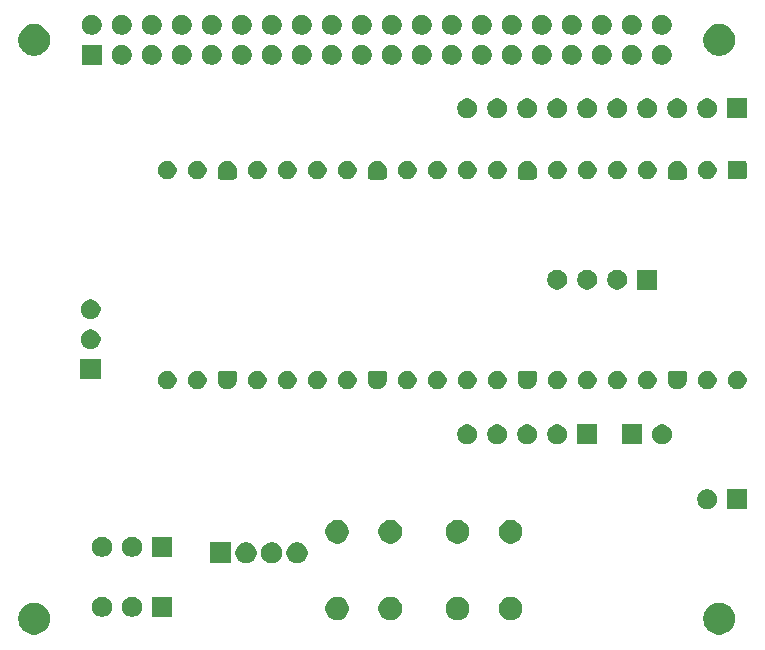
<source format=gbs>
G04 #@! TF.GenerationSoftware,KiCad,Pcbnew,9.0.1-1.fc42*
G04 #@! TF.CreationDate,2025-05-14T23:07:16-05:00*
G04 #@! TF.ProjectId,pico_driver,7069636f-5f64-4726-9976-65722e6b6963,rev?*
G04 #@! TF.SameCoordinates,Original*
G04 #@! TF.FileFunction,Soldermask,Bot*
G04 #@! TF.FilePolarity,Negative*
%FSLAX46Y46*%
G04 Gerber Fmt 4.6, Leading zero omitted, Abs format (unit mm)*
G04 Created by KiCad (PCBNEW 9.0.1-1.fc42) date 2025-05-14 23:07:16*
%MOMM*%
%LPD*%
G01*
G04 APERTURE LIST*
G04 APERTURE END LIST*
G36*
X103815151Y-95187301D02*
G01*
X104016623Y-95252763D01*
X104205373Y-95348936D01*
X104376755Y-95473452D01*
X104526548Y-95623245D01*
X104651064Y-95794627D01*
X104747237Y-95983377D01*
X104812699Y-96184849D01*
X104845838Y-96394080D01*
X104845838Y-96605920D01*
X104812699Y-96815151D01*
X104747237Y-97016623D01*
X104651064Y-97205373D01*
X104526548Y-97376755D01*
X104376755Y-97526548D01*
X104205373Y-97651064D01*
X104016623Y-97747237D01*
X103815151Y-97812699D01*
X103605920Y-97845838D01*
X103394080Y-97845838D01*
X103184849Y-97812699D01*
X102983377Y-97747237D01*
X102794627Y-97651064D01*
X102623245Y-97526548D01*
X102473452Y-97376755D01*
X102348936Y-97205373D01*
X102252763Y-97016623D01*
X102187301Y-96815151D01*
X102154162Y-96605920D01*
X102154162Y-96394080D01*
X102187301Y-96184849D01*
X102252763Y-95983377D01*
X102348936Y-95794627D01*
X102473452Y-95623245D01*
X102623245Y-95473452D01*
X102794627Y-95348936D01*
X102983377Y-95252763D01*
X103184849Y-95187301D01*
X103394080Y-95154162D01*
X103605920Y-95154162D01*
X103815151Y-95187301D01*
G37*
G36*
X161815151Y-95187301D02*
G01*
X162016623Y-95252763D01*
X162205373Y-95348936D01*
X162376755Y-95473452D01*
X162526548Y-95623245D01*
X162651064Y-95794627D01*
X162747237Y-95983377D01*
X162812699Y-96184849D01*
X162845838Y-96394080D01*
X162845838Y-96605920D01*
X162812699Y-96815151D01*
X162747237Y-97016623D01*
X162651064Y-97205373D01*
X162526548Y-97376755D01*
X162376755Y-97526548D01*
X162205373Y-97651064D01*
X162016623Y-97747237D01*
X161815151Y-97812699D01*
X161605920Y-97845838D01*
X161394080Y-97845838D01*
X161184849Y-97812699D01*
X160983377Y-97747237D01*
X160794627Y-97651064D01*
X160623245Y-97526548D01*
X160473452Y-97376755D01*
X160348936Y-97205373D01*
X160252763Y-97016623D01*
X160187301Y-96815151D01*
X160154162Y-96605920D01*
X160154162Y-96394080D01*
X160187301Y-96184849D01*
X160252763Y-95983377D01*
X160348936Y-95794627D01*
X160473452Y-95623245D01*
X160623245Y-95473452D01*
X160794627Y-95348936D01*
X160983377Y-95252763D01*
X161184849Y-95187301D01*
X161394080Y-95154162D01*
X161605920Y-95154162D01*
X161815151Y-95187301D01*
G37*
G36*
X129440285Y-94693060D02*
G01*
X129621397Y-94768079D01*
X129784393Y-94876990D01*
X129923010Y-95015607D01*
X130031921Y-95178603D01*
X130106940Y-95359715D01*
X130145185Y-95551983D01*
X130145185Y-95748017D01*
X130106940Y-95940285D01*
X130031921Y-96121397D01*
X129923010Y-96284393D01*
X129784393Y-96423010D01*
X129621397Y-96531921D01*
X129440285Y-96606940D01*
X129248017Y-96645185D01*
X129051983Y-96645185D01*
X128859715Y-96606940D01*
X128678603Y-96531921D01*
X128515607Y-96423010D01*
X128376990Y-96284393D01*
X128268079Y-96121397D01*
X128193060Y-95940285D01*
X128154815Y-95748017D01*
X128154815Y-95551983D01*
X128193060Y-95359715D01*
X128268079Y-95178603D01*
X128376990Y-95015607D01*
X128515607Y-94876990D01*
X128678603Y-94768079D01*
X128859715Y-94693060D01*
X129051983Y-94654815D01*
X129248017Y-94654815D01*
X129440285Y-94693060D01*
G37*
G36*
X133940285Y-94693060D02*
G01*
X134121397Y-94768079D01*
X134284393Y-94876990D01*
X134423010Y-95015607D01*
X134531921Y-95178603D01*
X134606940Y-95359715D01*
X134645185Y-95551983D01*
X134645185Y-95748017D01*
X134606940Y-95940285D01*
X134531921Y-96121397D01*
X134423010Y-96284393D01*
X134284393Y-96423010D01*
X134121397Y-96531921D01*
X133940285Y-96606940D01*
X133748017Y-96645185D01*
X133551983Y-96645185D01*
X133359715Y-96606940D01*
X133178603Y-96531921D01*
X133015607Y-96423010D01*
X132876990Y-96284393D01*
X132768079Y-96121397D01*
X132693060Y-95940285D01*
X132654815Y-95748017D01*
X132654815Y-95551983D01*
X132693060Y-95359715D01*
X132768079Y-95178603D01*
X132876990Y-95015607D01*
X133015607Y-94876990D01*
X133178603Y-94768079D01*
X133359715Y-94693060D01*
X133551983Y-94654815D01*
X133748017Y-94654815D01*
X133940285Y-94693060D01*
G37*
G36*
X139640285Y-94693060D02*
G01*
X139821397Y-94768079D01*
X139984393Y-94876990D01*
X140123010Y-95015607D01*
X140231921Y-95178603D01*
X140306940Y-95359715D01*
X140345185Y-95551983D01*
X140345185Y-95748017D01*
X140306940Y-95940285D01*
X140231921Y-96121397D01*
X140123010Y-96284393D01*
X139984393Y-96423010D01*
X139821397Y-96531921D01*
X139640285Y-96606940D01*
X139448017Y-96645185D01*
X139251983Y-96645185D01*
X139059715Y-96606940D01*
X138878603Y-96531921D01*
X138715607Y-96423010D01*
X138576990Y-96284393D01*
X138468079Y-96121397D01*
X138393060Y-95940285D01*
X138354815Y-95748017D01*
X138354815Y-95551983D01*
X138393060Y-95359715D01*
X138468079Y-95178603D01*
X138576990Y-95015607D01*
X138715607Y-94876990D01*
X138878603Y-94768079D01*
X139059715Y-94693060D01*
X139251983Y-94654815D01*
X139448017Y-94654815D01*
X139640285Y-94693060D01*
G37*
G36*
X144140285Y-94693060D02*
G01*
X144321397Y-94768079D01*
X144484393Y-94876990D01*
X144623010Y-95015607D01*
X144731921Y-95178603D01*
X144806940Y-95359715D01*
X144845185Y-95551983D01*
X144845185Y-95748017D01*
X144806940Y-95940285D01*
X144731921Y-96121397D01*
X144623010Y-96284393D01*
X144484393Y-96423010D01*
X144321397Y-96531921D01*
X144140285Y-96606940D01*
X143948017Y-96645185D01*
X143751983Y-96645185D01*
X143559715Y-96606940D01*
X143378603Y-96531921D01*
X143215607Y-96423010D01*
X143076990Y-96284393D01*
X142968079Y-96121397D01*
X142893060Y-95940285D01*
X142854815Y-95748017D01*
X142854815Y-95551983D01*
X142893060Y-95359715D01*
X142968079Y-95178603D01*
X143076990Y-95015607D01*
X143215607Y-94876990D01*
X143378603Y-94768079D01*
X143559715Y-94693060D01*
X143751983Y-94654815D01*
X143948017Y-94654815D01*
X144140285Y-94693060D01*
G37*
G36*
X115170000Y-96350000D02*
G01*
X113470000Y-96350000D01*
X113470000Y-94650000D01*
X115170000Y-94650000D01*
X115170000Y-96350000D01*
G37*
G36*
X109486742Y-94686601D02*
G01*
X109640687Y-94750367D01*
X109779234Y-94842941D01*
X109897059Y-94960766D01*
X109989633Y-95099313D01*
X110053399Y-95253258D01*
X110085907Y-95416685D01*
X110085907Y-95583315D01*
X110053399Y-95746742D01*
X109989633Y-95900687D01*
X109897059Y-96039234D01*
X109779234Y-96157059D01*
X109640687Y-96249633D01*
X109486742Y-96313399D01*
X109323315Y-96345907D01*
X109156685Y-96345907D01*
X108993258Y-96313399D01*
X108839313Y-96249633D01*
X108700766Y-96157059D01*
X108582941Y-96039234D01*
X108490367Y-95900687D01*
X108426601Y-95746742D01*
X108394093Y-95583315D01*
X108394093Y-95416685D01*
X108426601Y-95253258D01*
X108490367Y-95099313D01*
X108582941Y-94960766D01*
X108700766Y-94842941D01*
X108839313Y-94750367D01*
X108993258Y-94686601D01*
X109156685Y-94654093D01*
X109323315Y-94654093D01*
X109486742Y-94686601D01*
G37*
G36*
X112026742Y-94686601D02*
G01*
X112180687Y-94750367D01*
X112319234Y-94842941D01*
X112437059Y-94960766D01*
X112529633Y-95099313D01*
X112593399Y-95253258D01*
X112625907Y-95416685D01*
X112625907Y-95583315D01*
X112593399Y-95746742D01*
X112529633Y-95900687D01*
X112437059Y-96039234D01*
X112319234Y-96157059D01*
X112180687Y-96249633D01*
X112026742Y-96313399D01*
X111863315Y-96345907D01*
X111696685Y-96345907D01*
X111533258Y-96313399D01*
X111379313Y-96249633D01*
X111240766Y-96157059D01*
X111122941Y-96039234D01*
X111030367Y-95900687D01*
X110966601Y-95746742D01*
X110934093Y-95583315D01*
X110934093Y-95416685D01*
X110966601Y-95253258D01*
X111030367Y-95099313D01*
X111122941Y-94960766D01*
X111240766Y-94842941D01*
X111379313Y-94750367D01*
X111533258Y-94686601D01*
X111696685Y-94654093D01*
X111863315Y-94654093D01*
X112026742Y-94686601D01*
G37*
G36*
X120185000Y-91825000D02*
G01*
X118385000Y-91825000D01*
X118385000Y-90025000D01*
X120185000Y-90025000D01*
X120185000Y-91825000D01*
G37*
G36*
X121705256Y-90063754D02*
G01*
X121868257Y-90131271D01*
X122014954Y-90229291D01*
X122139709Y-90354046D01*
X122237729Y-90500743D01*
X122305246Y-90663744D01*
X122339666Y-90836785D01*
X122339666Y-91013215D01*
X122305246Y-91186256D01*
X122237729Y-91349257D01*
X122139709Y-91495954D01*
X122014954Y-91620709D01*
X121868257Y-91718729D01*
X121705256Y-91786246D01*
X121532215Y-91820666D01*
X121355785Y-91820666D01*
X121182744Y-91786246D01*
X121019743Y-91718729D01*
X120873046Y-91620709D01*
X120748291Y-91495954D01*
X120650271Y-91349257D01*
X120582754Y-91186256D01*
X120548334Y-91013215D01*
X120548334Y-90836785D01*
X120582754Y-90663744D01*
X120650271Y-90500743D01*
X120748291Y-90354046D01*
X120873046Y-90229291D01*
X121019743Y-90131271D01*
X121182744Y-90063754D01*
X121355785Y-90029334D01*
X121532215Y-90029334D01*
X121705256Y-90063754D01*
G37*
G36*
X123864256Y-90063754D02*
G01*
X124027257Y-90131271D01*
X124173954Y-90229291D01*
X124298709Y-90354046D01*
X124396729Y-90500743D01*
X124464246Y-90663744D01*
X124498666Y-90836785D01*
X124498666Y-91013215D01*
X124464246Y-91186256D01*
X124396729Y-91349257D01*
X124298709Y-91495954D01*
X124173954Y-91620709D01*
X124027257Y-91718729D01*
X123864256Y-91786246D01*
X123691215Y-91820666D01*
X123514785Y-91820666D01*
X123341744Y-91786246D01*
X123178743Y-91718729D01*
X123032046Y-91620709D01*
X122907291Y-91495954D01*
X122809271Y-91349257D01*
X122741754Y-91186256D01*
X122707334Y-91013215D01*
X122707334Y-90836785D01*
X122741754Y-90663744D01*
X122809271Y-90500743D01*
X122907291Y-90354046D01*
X123032046Y-90229291D01*
X123178743Y-90131271D01*
X123341744Y-90063754D01*
X123514785Y-90029334D01*
X123691215Y-90029334D01*
X123864256Y-90063754D01*
G37*
G36*
X126023256Y-90063754D02*
G01*
X126186257Y-90131271D01*
X126332954Y-90229291D01*
X126457709Y-90354046D01*
X126555729Y-90500743D01*
X126623246Y-90663744D01*
X126657666Y-90836785D01*
X126657666Y-91013215D01*
X126623246Y-91186256D01*
X126555729Y-91349257D01*
X126457709Y-91495954D01*
X126332954Y-91620709D01*
X126186257Y-91718729D01*
X126023256Y-91786246D01*
X125850215Y-91820666D01*
X125673785Y-91820666D01*
X125500744Y-91786246D01*
X125337743Y-91718729D01*
X125191046Y-91620709D01*
X125066291Y-91495954D01*
X124968271Y-91349257D01*
X124900754Y-91186256D01*
X124866334Y-91013215D01*
X124866334Y-90836785D01*
X124900754Y-90663744D01*
X124968271Y-90500743D01*
X125066291Y-90354046D01*
X125191046Y-90229291D01*
X125337743Y-90131271D01*
X125500744Y-90063754D01*
X125673785Y-90029334D01*
X125850215Y-90029334D01*
X126023256Y-90063754D01*
G37*
G36*
X115170000Y-91270000D02*
G01*
X113470000Y-91270000D01*
X113470000Y-89570000D01*
X115170000Y-89570000D01*
X115170000Y-91270000D01*
G37*
G36*
X109486742Y-89606601D02*
G01*
X109640687Y-89670367D01*
X109779234Y-89762941D01*
X109897059Y-89880766D01*
X109989633Y-90019313D01*
X110053399Y-90173258D01*
X110085907Y-90336685D01*
X110085907Y-90503315D01*
X110053399Y-90666742D01*
X109989633Y-90820687D01*
X109897059Y-90959234D01*
X109779234Y-91077059D01*
X109640687Y-91169633D01*
X109486742Y-91233399D01*
X109323315Y-91265907D01*
X109156685Y-91265907D01*
X108993258Y-91233399D01*
X108839313Y-91169633D01*
X108700766Y-91077059D01*
X108582941Y-90959234D01*
X108490367Y-90820687D01*
X108426601Y-90666742D01*
X108394093Y-90503315D01*
X108394093Y-90336685D01*
X108426601Y-90173258D01*
X108490367Y-90019313D01*
X108582941Y-89880766D01*
X108700766Y-89762941D01*
X108839313Y-89670367D01*
X108993258Y-89606601D01*
X109156685Y-89574093D01*
X109323315Y-89574093D01*
X109486742Y-89606601D01*
G37*
G36*
X112026742Y-89606601D02*
G01*
X112180687Y-89670367D01*
X112319234Y-89762941D01*
X112437059Y-89880766D01*
X112529633Y-90019313D01*
X112593399Y-90173258D01*
X112625907Y-90336685D01*
X112625907Y-90503315D01*
X112593399Y-90666742D01*
X112529633Y-90820687D01*
X112437059Y-90959234D01*
X112319234Y-91077059D01*
X112180687Y-91169633D01*
X112026742Y-91233399D01*
X111863315Y-91265907D01*
X111696685Y-91265907D01*
X111533258Y-91233399D01*
X111379313Y-91169633D01*
X111240766Y-91077059D01*
X111122941Y-90959234D01*
X111030367Y-90820687D01*
X110966601Y-90666742D01*
X110934093Y-90503315D01*
X110934093Y-90336685D01*
X110966601Y-90173258D01*
X111030367Y-90019313D01*
X111122941Y-89880766D01*
X111240766Y-89762941D01*
X111379313Y-89670367D01*
X111533258Y-89606601D01*
X111696685Y-89574093D01*
X111863315Y-89574093D01*
X112026742Y-89606601D01*
G37*
G36*
X129440285Y-88193060D02*
G01*
X129621397Y-88268079D01*
X129784393Y-88376990D01*
X129923010Y-88515607D01*
X130031921Y-88678603D01*
X130106940Y-88859715D01*
X130145185Y-89051983D01*
X130145185Y-89248017D01*
X130106940Y-89440285D01*
X130031921Y-89621397D01*
X129923010Y-89784393D01*
X129784393Y-89923010D01*
X129621397Y-90031921D01*
X129440285Y-90106940D01*
X129248017Y-90145185D01*
X129051983Y-90145185D01*
X128859715Y-90106940D01*
X128678603Y-90031921D01*
X128515607Y-89923010D01*
X128376990Y-89784393D01*
X128268079Y-89621397D01*
X128193060Y-89440285D01*
X128154815Y-89248017D01*
X128154815Y-89051983D01*
X128193060Y-88859715D01*
X128268079Y-88678603D01*
X128376990Y-88515607D01*
X128515607Y-88376990D01*
X128678603Y-88268079D01*
X128859715Y-88193060D01*
X129051983Y-88154815D01*
X129248017Y-88154815D01*
X129440285Y-88193060D01*
G37*
G36*
X133940285Y-88193060D02*
G01*
X134121397Y-88268079D01*
X134284393Y-88376990D01*
X134423010Y-88515607D01*
X134531921Y-88678603D01*
X134606940Y-88859715D01*
X134645185Y-89051983D01*
X134645185Y-89248017D01*
X134606940Y-89440285D01*
X134531921Y-89621397D01*
X134423010Y-89784393D01*
X134284393Y-89923010D01*
X134121397Y-90031921D01*
X133940285Y-90106940D01*
X133748017Y-90145185D01*
X133551983Y-90145185D01*
X133359715Y-90106940D01*
X133178603Y-90031921D01*
X133015607Y-89923010D01*
X132876990Y-89784393D01*
X132768079Y-89621397D01*
X132693060Y-89440285D01*
X132654815Y-89248017D01*
X132654815Y-89051983D01*
X132693060Y-88859715D01*
X132768079Y-88678603D01*
X132876990Y-88515607D01*
X133015607Y-88376990D01*
X133178603Y-88268079D01*
X133359715Y-88193060D01*
X133551983Y-88154815D01*
X133748017Y-88154815D01*
X133940285Y-88193060D01*
G37*
G36*
X139640285Y-88193060D02*
G01*
X139821397Y-88268079D01*
X139984393Y-88376990D01*
X140123010Y-88515607D01*
X140231921Y-88678603D01*
X140306940Y-88859715D01*
X140345185Y-89051983D01*
X140345185Y-89248017D01*
X140306940Y-89440285D01*
X140231921Y-89621397D01*
X140123010Y-89784393D01*
X139984393Y-89923010D01*
X139821397Y-90031921D01*
X139640285Y-90106940D01*
X139448017Y-90145185D01*
X139251983Y-90145185D01*
X139059715Y-90106940D01*
X138878603Y-90031921D01*
X138715607Y-89923010D01*
X138576990Y-89784393D01*
X138468079Y-89621397D01*
X138393060Y-89440285D01*
X138354815Y-89248017D01*
X138354815Y-89051983D01*
X138393060Y-88859715D01*
X138468079Y-88678603D01*
X138576990Y-88515607D01*
X138715607Y-88376990D01*
X138878603Y-88268079D01*
X139059715Y-88193060D01*
X139251983Y-88154815D01*
X139448017Y-88154815D01*
X139640285Y-88193060D01*
G37*
G36*
X144140285Y-88193060D02*
G01*
X144321397Y-88268079D01*
X144484393Y-88376990D01*
X144623010Y-88515607D01*
X144731921Y-88678603D01*
X144806940Y-88859715D01*
X144845185Y-89051983D01*
X144845185Y-89248017D01*
X144806940Y-89440285D01*
X144731921Y-89621397D01*
X144623010Y-89784393D01*
X144484393Y-89923010D01*
X144321397Y-90031921D01*
X144140285Y-90106940D01*
X143948017Y-90145185D01*
X143751983Y-90145185D01*
X143559715Y-90106940D01*
X143378603Y-90031921D01*
X143215607Y-89923010D01*
X143076990Y-89784393D01*
X142968079Y-89621397D01*
X142893060Y-89440285D01*
X142854815Y-89248017D01*
X142854815Y-89051983D01*
X142893060Y-88859715D01*
X142968079Y-88678603D01*
X143076990Y-88515607D01*
X143215607Y-88376990D01*
X143378603Y-88268079D01*
X143559715Y-88193060D01*
X143751983Y-88154815D01*
X143948017Y-88154815D01*
X144140285Y-88193060D01*
G37*
G36*
X163870000Y-87250000D02*
G01*
X162170000Y-87250000D01*
X162170000Y-85550000D01*
X163870000Y-85550000D01*
X163870000Y-87250000D01*
G37*
G36*
X160726742Y-85586601D02*
G01*
X160880687Y-85650367D01*
X161019234Y-85742941D01*
X161137059Y-85860766D01*
X161229633Y-85999313D01*
X161293399Y-86153258D01*
X161325907Y-86316685D01*
X161325907Y-86483315D01*
X161293399Y-86646742D01*
X161229633Y-86800687D01*
X161137059Y-86939234D01*
X161019234Y-87057059D01*
X160880687Y-87149633D01*
X160726742Y-87213399D01*
X160563315Y-87245907D01*
X160396685Y-87245907D01*
X160233258Y-87213399D01*
X160079313Y-87149633D01*
X159940766Y-87057059D01*
X159822941Y-86939234D01*
X159730367Y-86800687D01*
X159666601Y-86646742D01*
X159634093Y-86483315D01*
X159634093Y-86316685D01*
X159666601Y-86153258D01*
X159730367Y-85999313D01*
X159822941Y-85860766D01*
X159940766Y-85742941D01*
X160079313Y-85650367D01*
X160233258Y-85586601D01*
X160396685Y-85554093D01*
X160563315Y-85554093D01*
X160726742Y-85586601D01*
G37*
G36*
X151170000Y-81750000D02*
G01*
X149470000Y-81750000D01*
X149470000Y-80050000D01*
X151170000Y-80050000D01*
X151170000Y-81750000D01*
G37*
G36*
X154975000Y-81750000D02*
G01*
X153275000Y-81750000D01*
X153275000Y-80050000D01*
X154975000Y-80050000D01*
X154975000Y-81750000D01*
G37*
G36*
X140406742Y-80086601D02*
G01*
X140560687Y-80150367D01*
X140699234Y-80242941D01*
X140817059Y-80360766D01*
X140909633Y-80499313D01*
X140973399Y-80653258D01*
X141005907Y-80816685D01*
X141005907Y-80983315D01*
X140973399Y-81146742D01*
X140909633Y-81300687D01*
X140817059Y-81439234D01*
X140699234Y-81557059D01*
X140560687Y-81649633D01*
X140406742Y-81713399D01*
X140243315Y-81745907D01*
X140076685Y-81745907D01*
X139913258Y-81713399D01*
X139759313Y-81649633D01*
X139620766Y-81557059D01*
X139502941Y-81439234D01*
X139410367Y-81300687D01*
X139346601Y-81146742D01*
X139314093Y-80983315D01*
X139314093Y-80816685D01*
X139346601Y-80653258D01*
X139410367Y-80499313D01*
X139502941Y-80360766D01*
X139620766Y-80242941D01*
X139759313Y-80150367D01*
X139913258Y-80086601D01*
X140076685Y-80054093D01*
X140243315Y-80054093D01*
X140406742Y-80086601D01*
G37*
G36*
X142946742Y-80086601D02*
G01*
X143100687Y-80150367D01*
X143239234Y-80242941D01*
X143357059Y-80360766D01*
X143449633Y-80499313D01*
X143513399Y-80653258D01*
X143545907Y-80816685D01*
X143545907Y-80983315D01*
X143513399Y-81146742D01*
X143449633Y-81300687D01*
X143357059Y-81439234D01*
X143239234Y-81557059D01*
X143100687Y-81649633D01*
X142946742Y-81713399D01*
X142783315Y-81745907D01*
X142616685Y-81745907D01*
X142453258Y-81713399D01*
X142299313Y-81649633D01*
X142160766Y-81557059D01*
X142042941Y-81439234D01*
X141950367Y-81300687D01*
X141886601Y-81146742D01*
X141854093Y-80983315D01*
X141854093Y-80816685D01*
X141886601Y-80653258D01*
X141950367Y-80499313D01*
X142042941Y-80360766D01*
X142160766Y-80242941D01*
X142299313Y-80150367D01*
X142453258Y-80086601D01*
X142616685Y-80054093D01*
X142783315Y-80054093D01*
X142946742Y-80086601D01*
G37*
G36*
X145486742Y-80086601D02*
G01*
X145640687Y-80150367D01*
X145779234Y-80242941D01*
X145897059Y-80360766D01*
X145989633Y-80499313D01*
X146053399Y-80653258D01*
X146085907Y-80816685D01*
X146085907Y-80983315D01*
X146053399Y-81146742D01*
X145989633Y-81300687D01*
X145897059Y-81439234D01*
X145779234Y-81557059D01*
X145640687Y-81649633D01*
X145486742Y-81713399D01*
X145323315Y-81745907D01*
X145156685Y-81745907D01*
X144993258Y-81713399D01*
X144839313Y-81649633D01*
X144700766Y-81557059D01*
X144582941Y-81439234D01*
X144490367Y-81300687D01*
X144426601Y-81146742D01*
X144394093Y-80983315D01*
X144394093Y-80816685D01*
X144426601Y-80653258D01*
X144490367Y-80499313D01*
X144582941Y-80360766D01*
X144700766Y-80242941D01*
X144839313Y-80150367D01*
X144993258Y-80086601D01*
X145156685Y-80054093D01*
X145323315Y-80054093D01*
X145486742Y-80086601D01*
G37*
G36*
X148026742Y-80086601D02*
G01*
X148180687Y-80150367D01*
X148319234Y-80242941D01*
X148437059Y-80360766D01*
X148529633Y-80499313D01*
X148593399Y-80653258D01*
X148625907Y-80816685D01*
X148625907Y-80983315D01*
X148593399Y-81146742D01*
X148529633Y-81300687D01*
X148437059Y-81439234D01*
X148319234Y-81557059D01*
X148180687Y-81649633D01*
X148026742Y-81713399D01*
X147863315Y-81745907D01*
X147696685Y-81745907D01*
X147533258Y-81713399D01*
X147379313Y-81649633D01*
X147240766Y-81557059D01*
X147122941Y-81439234D01*
X147030367Y-81300687D01*
X146966601Y-81146742D01*
X146934093Y-80983315D01*
X146934093Y-80816685D01*
X146966601Y-80653258D01*
X147030367Y-80499313D01*
X147122941Y-80360766D01*
X147240766Y-80242941D01*
X147379313Y-80150367D01*
X147533258Y-80086601D01*
X147696685Y-80054093D01*
X147863315Y-80054093D01*
X148026742Y-80086601D01*
G37*
G36*
X156911742Y-80086601D02*
G01*
X157065687Y-80150367D01*
X157204234Y-80242941D01*
X157322059Y-80360766D01*
X157414633Y-80499313D01*
X157478399Y-80653258D01*
X157510907Y-80816685D01*
X157510907Y-80983315D01*
X157478399Y-81146742D01*
X157414633Y-81300687D01*
X157322059Y-81439234D01*
X157204234Y-81557059D01*
X157065687Y-81649633D01*
X156911742Y-81713399D01*
X156748315Y-81745907D01*
X156581685Y-81745907D01*
X156418258Y-81713399D01*
X156264313Y-81649633D01*
X156125766Y-81557059D01*
X156007941Y-81439234D01*
X155915367Y-81300687D01*
X155851601Y-81146742D01*
X155819093Y-80983315D01*
X155819093Y-80816685D01*
X155851601Y-80653258D01*
X155915367Y-80499313D01*
X156007941Y-80360766D01*
X156125766Y-80242941D01*
X156264313Y-80150367D01*
X156418258Y-80086601D01*
X156581685Y-80054093D01*
X156748315Y-80054093D01*
X156911742Y-80086601D01*
G37*
G36*
X120443536Y-75496464D02*
G01*
X120445915Y-75498843D01*
X120474015Y-75498843D01*
X120479018Y-75498843D01*
X120480931Y-75499224D01*
X120485549Y-75501137D01*
X120485554Y-75501138D01*
X120548404Y-75527171D01*
X120548408Y-75527173D01*
X120553027Y-75529087D01*
X120554650Y-75530170D01*
X120609830Y-75585350D01*
X120610913Y-75586973D01*
X120612826Y-75591592D01*
X120612828Y-75591595D01*
X120614105Y-75594679D01*
X120640776Y-75659069D01*
X120641157Y-75660982D01*
X120641157Y-75694085D01*
X120643536Y-75696464D01*
X120645000Y-75700000D01*
X120645000Y-76300000D01*
X120643536Y-76303536D01*
X120641148Y-76304524D01*
X120641148Y-76378414D01*
X120641052Y-76379389D01*
X120610456Y-76533203D01*
X120610171Y-76534141D01*
X120609217Y-76536443D01*
X120609215Y-76536451D01*
X120551115Y-76676717D01*
X120551110Y-76676724D01*
X120550156Y-76679030D01*
X120549694Y-76679895D01*
X120462565Y-76810293D01*
X120461944Y-76811051D01*
X120351051Y-76921944D01*
X120350293Y-76922565D01*
X120219895Y-77009694D01*
X120219030Y-77010156D01*
X120216724Y-77011110D01*
X120216717Y-77011115D01*
X120076451Y-77069215D01*
X120076443Y-77069217D01*
X120074141Y-77070171D01*
X120073203Y-77070456D01*
X119919389Y-77101052D01*
X119918414Y-77101148D01*
X119915924Y-77101148D01*
X119764076Y-77101148D01*
X119761586Y-77101148D01*
X119760611Y-77101052D01*
X119606797Y-77070456D01*
X119605859Y-77070171D01*
X119603559Y-77069218D01*
X119603548Y-77069215D01*
X119463282Y-77011115D01*
X119463270Y-77011109D01*
X119460970Y-77010156D01*
X119460105Y-77009694D01*
X119424463Y-76985879D01*
X119331785Y-76923954D01*
X119331781Y-76923951D01*
X119329707Y-76922565D01*
X119328949Y-76921944D01*
X119218056Y-76811051D01*
X119217435Y-76810293D01*
X119216049Y-76808219D01*
X119216045Y-76808214D01*
X119131695Y-76681974D01*
X119131694Y-76681972D01*
X119130306Y-76679895D01*
X119129844Y-76679030D01*
X119128892Y-76676732D01*
X119128884Y-76676717D01*
X119070784Y-76536451D01*
X119070778Y-76536434D01*
X119069829Y-76534141D01*
X119069544Y-76533203D01*
X119062927Y-76499942D01*
X119039433Y-76381830D01*
X119039432Y-76381824D01*
X119038948Y-76379389D01*
X119038852Y-76378414D01*
X119038852Y-76304524D01*
X119036464Y-76303536D01*
X119035000Y-76300000D01*
X119035000Y-75700000D01*
X119036464Y-75696464D01*
X119038843Y-75694085D01*
X119038843Y-75660982D01*
X119039224Y-75659069D01*
X119041136Y-75654451D01*
X119041138Y-75654445D01*
X119067171Y-75591595D01*
X119067174Y-75591589D01*
X119069087Y-75586973D01*
X119070170Y-75585350D01*
X119073706Y-75581813D01*
X119073709Y-75581810D01*
X119121810Y-75533709D01*
X119121813Y-75533706D01*
X119125350Y-75530170D01*
X119126973Y-75529087D01*
X119131589Y-75527174D01*
X119131595Y-75527171D01*
X119194445Y-75501138D01*
X119194451Y-75501136D01*
X119199069Y-75499224D01*
X119200982Y-75498843D01*
X119234085Y-75498843D01*
X119236464Y-75496464D01*
X119240000Y-75495000D01*
X120440000Y-75495000D01*
X120443536Y-75496464D01*
G37*
G36*
X133143536Y-75496464D02*
G01*
X133145915Y-75498843D01*
X133174015Y-75498843D01*
X133179018Y-75498843D01*
X133180931Y-75499224D01*
X133185549Y-75501137D01*
X133185554Y-75501138D01*
X133248404Y-75527171D01*
X133248408Y-75527173D01*
X133253027Y-75529087D01*
X133254650Y-75530170D01*
X133309830Y-75585350D01*
X133310913Y-75586973D01*
X133312826Y-75591592D01*
X133312828Y-75591595D01*
X133314105Y-75594679D01*
X133340776Y-75659069D01*
X133341157Y-75660982D01*
X133341157Y-75694085D01*
X133343536Y-75696464D01*
X133345000Y-75700000D01*
X133345000Y-76300000D01*
X133343536Y-76303536D01*
X133341148Y-76304524D01*
X133341148Y-76378414D01*
X133341052Y-76379389D01*
X133310456Y-76533203D01*
X133310171Y-76534141D01*
X133309217Y-76536443D01*
X133309215Y-76536451D01*
X133251115Y-76676717D01*
X133251110Y-76676724D01*
X133250156Y-76679030D01*
X133249694Y-76679895D01*
X133162565Y-76810293D01*
X133161944Y-76811051D01*
X133051051Y-76921944D01*
X133050293Y-76922565D01*
X132919895Y-77009694D01*
X132919030Y-77010156D01*
X132916724Y-77011110D01*
X132916717Y-77011115D01*
X132776451Y-77069215D01*
X132776443Y-77069217D01*
X132774141Y-77070171D01*
X132773203Y-77070456D01*
X132619389Y-77101052D01*
X132618414Y-77101148D01*
X132615924Y-77101148D01*
X132464076Y-77101148D01*
X132461586Y-77101148D01*
X132460611Y-77101052D01*
X132306797Y-77070456D01*
X132305859Y-77070171D01*
X132303559Y-77069218D01*
X132303548Y-77069215D01*
X132163282Y-77011115D01*
X132163270Y-77011109D01*
X132160970Y-77010156D01*
X132160105Y-77009694D01*
X132124463Y-76985879D01*
X132031785Y-76923954D01*
X132031781Y-76923951D01*
X132029707Y-76922565D01*
X132028949Y-76921944D01*
X131918056Y-76811051D01*
X131917435Y-76810293D01*
X131916049Y-76808219D01*
X131916045Y-76808214D01*
X131831695Y-76681974D01*
X131831694Y-76681972D01*
X131830306Y-76679895D01*
X131829844Y-76679030D01*
X131828892Y-76676732D01*
X131828884Y-76676717D01*
X131770784Y-76536451D01*
X131770778Y-76536434D01*
X131769829Y-76534141D01*
X131769544Y-76533203D01*
X131762927Y-76499942D01*
X131739433Y-76381830D01*
X131739432Y-76381824D01*
X131738948Y-76379389D01*
X131738852Y-76378414D01*
X131738852Y-76304524D01*
X131736464Y-76303536D01*
X131735000Y-76300000D01*
X131735000Y-75700000D01*
X131736464Y-75696464D01*
X131738843Y-75694085D01*
X131738843Y-75660982D01*
X131739224Y-75659069D01*
X131741136Y-75654451D01*
X131741138Y-75654445D01*
X131767171Y-75591595D01*
X131767174Y-75591589D01*
X131769087Y-75586973D01*
X131770170Y-75585350D01*
X131773706Y-75581813D01*
X131773709Y-75581810D01*
X131821810Y-75533709D01*
X131821813Y-75533706D01*
X131825350Y-75530170D01*
X131826973Y-75529087D01*
X131831589Y-75527174D01*
X131831595Y-75527171D01*
X131894445Y-75501138D01*
X131894451Y-75501136D01*
X131899069Y-75499224D01*
X131900982Y-75498843D01*
X131934085Y-75498843D01*
X131936464Y-75496464D01*
X131940000Y-75495000D01*
X133140000Y-75495000D01*
X133143536Y-75496464D01*
G37*
G36*
X145843536Y-75496464D02*
G01*
X145845915Y-75498843D01*
X145874015Y-75498843D01*
X145879018Y-75498843D01*
X145880931Y-75499224D01*
X145885549Y-75501137D01*
X145885554Y-75501138D01*
X145948404Y-75527171D01*
X145948408Y-75527173D01*
X145953027Y-75529087D01*
X145954650Y-75530170D01*
X146009830Y-75585350D01*
X146010913Y-75586973D01*
X146012826Y-75591592D01*
X146012828Y-75591595D01*
X146014105Y-75594679D01*
X146040776Y-75659069D01*
X146041157Y-75660982D01*
X146041157Y-75694085D01*
X146043536Y-75696464D01*
X146045000Y-75700000D01*
X146045000Y-76300000D01*
X146043536Y-76303536D01*
X146041148Y-76304524D01*
X146041148Y-76378414D01*
X146041052Y-76379389D01*
X146010456Y-76533203D01*
X146010171Y-76534141D01*
X146009217Y-76536443D01*
X146009215Y-76536451D01*
X145951115Y-76676717D01*
X145951110Y-76676724D01*
X145950156Y-76679030D01*
X145949694Y-76679895D01*
X145862565Y-76810293D01*
X145861944Y-76811051D01*
X145751051Y-76921944D01*
X145750293Y-76922565D01*
X145619895Y-77009694D01*
X145619030Y-77010156D01*
X145616724Y-77011110D01*
X145616717Y-77011115D01*
X145476451Y-77069215D01*
X145476443Y-77069217D01*
X145474141Y-77070171D01*
X145473203Y-77070456D01*
X145319389Y-77101052D01*
X145318414Y-77101148D01*
X145315924Y-77101148D01*
X145164076Y-77101148D01*
X145161586Y-77101148D01*
X145160611Y-77101052D01*
X145006797Y-77070456D01*
X145005859Y-77070171D01*
X145003559Y-77069218D01*
X145003548Y-77069215D01*
X144863282Y-77011115D01*
X144863270Y-77011109D01*
X144860970Y-77010156D01*
X144860105Y-77009694D01*
X144824463Y-76985879D01*
X144731785Y-76923954D01*
X144731781Y-76923951D01*
X144729707Y-76922565D01*
X144728949Y-76921944D01*
X144618056Y-76811051D01*
X144617435Y-76810293D01*
X144616049Y-76808219D01*
X144616045Y-76808214D01*
X144531695Y-76681974D01*
X144531694Y-76681972D01*
X144530306Y-76679895D01*
X144529844Y-76679030D01*
X144528892Y-76676732D01*
X144528884Y-76676717D01*
X144470784Y-76536451D01*
X144470778Y-76536434D01*
X144469829Y-76534141D01*
X144469544Y-76533203D01*
X144462927Y-76499942D01*
X144439433Y-76381830D01*
X144439432Y-76381824D01*
X144438948Y-76379389D01*
X144438852Y-76378414D01*
X144438852Y-76304524D01*
X144436464Y-76303536D01*
X144435000Y-76300000D01*
X144435000Y-75700000D01*
X144436464Y-75696464D01*
X144438843Y-75694085D01*
X144438843Y-75660982D01*
X144439224Y-75659069D01*
X144441136Y-75654451D01*
X144441138Y-75654445D01*
X144467171Y-75591595D01*
X144467174Y-75591589D01*
X144469087Y-75586973D01*
X144470170Y-75585350D01*
X144473706Y-75581813D01*
X144473709Y-75581810D01*
X144521810Y-75533709D01*
X144521813Y-75533706D01*
X144525350Y-75530170D01*
X144526973Y-75529087D01*
X144531589Y-75527174D01*
X144531595Y-75527171D01*
X144594445Y-75501138D01*
X144594451Y-75501136D01*
X144599069Y-75499224D01*
X144600982Y-75498843D01*
X144634085Y-75498843D01*
X144636464Y-75496464D01*
X144640000Y-75495000D01*
X145840000Y-75495000D01*
X145843536Y-75496464D01*
G37*
G36*
X158543536Y-75496464D02*
G01*
X158545915Y-75498843D01*
X158574015Y-75498843D01*
X158579018Y-75498843D01*
X158580931Y-75499224D01*
X158585549Y-75501137D01*
X158585554Y-75501138D01*
X158648404Y-75527171D01*
X158648408Y-75527173D01*
X158653027Y-75529087D01*
X158654650Y-75530170D01*
X158709830Y-75585350D01*
X158710913Y-75586973D01*
X158712826Y-75591592D01*
X158712828Y-75591595D01*
X158714105Y-75594679D01*
X158740776Y-75659069D01*
X158741157Y-75660982D01*
X158741157Y-75694085D01*
X158743536Y-75696464D01*
X158745000Y-75700000D01*
X158745000Y-76300000D01*
X158743536Y-76303536D01*
X158741148Y-76304524D01*
X158741148Y-76378414D01*
X158741052Y-76379389D01*
X158710456Y-76533203D01*
X158710171Y-76534141D01*
X158709217Y-76536443D01*
X158709215Y-76536451D01*
X158651115Y-76676717D01*
X158651110Y-76676724D01*
X158650156Y-76679030D01*
X158649694Y-76679895D01*
X158562565Y-76810293D01*
X158561944Y-76811051D01*
X158451051Y-76921944D01*
X158450293Y-76922565D01*
X158319895Y-77009694D01*
X158319030Y-77010156D01*
X158316724Y-77011110D01*
X158316717Y-77011115D01*
X158176451Y-77069215D01*
X158176443Y-77069217D01*
X158174141Y-77070171D01*
X158173203Y-77070456D01*
X158019389Y-77101052D01*
X158018414Y-77101148D01*
X158015924Y-77101148D01*
X157864076Y-77101148D01*
X157861586Y-77101148D01*
X157860611Y-77101052D01*
X157706797Y-77070456D01*
X157705859Y-77070171D01*
X157703559Y-77069218D01*
X157703548Y-77069215D01*
X157563282Y-77011115D01*
X157563270Y-77011109D01*
X157560970Y-77010156D01*
X157560105Y-77009694D01*
X157524463Y-76985879D01*
X157431785Y-76923954D01*
X157431781Y-76923951D01*
X157429707Y-76922565D01*
X157428949Y-76921944D01*
X157318056Y-76811051D01*
X157317435Y-76810293D01*
X157316049Y-76808219D01*
X157316045Y-76808214D01*
X157231695Y-76681974D01*
X157231694Y-76681972D01*
X157230306Y-76679895D01*
X157229844Y-76679030D01*
X157228892Y-76676732D01*
X157228884Y-76676717D01*
X157170784Y-76536451D01*
X157170778Y-76536434D01*
X157169829Y-76534141D01*
X157169544Y-76533203D01*
X157162927Y-76499942D01*
X157139433Y-76381830D01*
X157139432Y-76381824D01*
X157138948Y-76379389D01*
X157138852Y-76378414D01*
X157138852Y-76304524D01*
X157136464Y-76303536D01*
X157135000Y-76300000D01*
X157135000Y-75700000D01*
X157136464Y-75696464D01*
X157138843Y-75694085D01*
X157138843Y-75660982D01*
X157139224Y-75659069D01*
X157141136Y-75654451D01*
X157141138Y-75654445D01*
X157167171Y-75591595D01*
X157167174Y-75591589D01*
X157169087Y-75586973D01*
X157170170Y-75585350D01*
X157173706Y-75581813D01*
X157173709Y-75581810D01*
X157221810Y-75533709D01*
X157221813Y-75533706D01*
X157225350Y-75530170D01*
X157226973Y-75529087D01*
X157231589Y-75527174D01*
X157231595Y-75527171D01*
X157294445Y-75501138D01*
X157294451Y-75501136D01*
X157299069Y-75499224D01*
X157300982Y-75498843D01*
X157334085Y-75498843D01*
X157336464Y-75496464D01*
X157340000Y-75495000D01*
X158540000Y-75495000D01*
X158543536Y-75496464D01*
G37*
G36*
X114992228Y-75534448D02*
G01*
X115137117Y-75594463D01*
X115267515Y-75681592D01*
X115378408Y-75792485D01*
X115465537Y-75922883D01*
X115525552Y-76067772D01*
X115556148Y-76221586D01*
X115556148Y-76378414D01*
X115525552Y-76532228D01*
X115465537Y-76677117D01*
X115378408Y-76807515D01*
X115267515Y-76918408D01*
X115137117Y-77005537D01*
X114992228Y-77065552D01*
X114838414Y-77096148D01*
X114681586Y-77096148D01*
X114527772Y-77065552D01*
X114382883Y-77005537D01*
X114252485Y-76918408D01*
X114141592Y-76807515D01*
X114054463Y-76677117D01*
X113994448Y-76532228D01*
X113963852Y-76378414D01*
X113963852Y-76221586D01*
X113994448Y-76067772D01*
X114054463Y-75922883D01*
X114141592Y-75792485D01*
X114252485Y-75681592D01*
X114382883Y-75594463D01*
X114527772Y-75534448D01*
X114681586Y-75503852D01*
X114838414Y-75503852D01*
X114992228Y-75534448D01*
G37*
G36*
X117532228Y-75534448D02*
G01*
X117677117Y-75594463D01*
X117807515Y-75681592D01*
X117918408Y-75792485D01*
X118005537Y-75922883D01*
X118065552Y-76067772D01*
X118096148Y-76221586D01*
X118096148Y-76378414D01*
X118065552Y-76532228D01*
X118005537Y-76677117D01*
X117918408Y-76807515D01*
X117807515Y-76918408D01*
X117677117Y-77005537D01*
X117532228Y-77065552D01*
X117378414Y-77096148D01*
X117221586Y-77096148D01*
X117067772Y-77065552D01*
X116922883Y-77005537D01*
X116792485Y-76918408D01*
X116681592Y-76807515D01*
X116594463Y-76677117D01*
X116534448Y-76532228D01*
X116503852Y-76378414D01*
X116503852Y-76221586D01*
X116534448Y-76067772D01*
X116594463Y-75922883D01*
X116681592Y-75792485D01*
X116792485Y-75681592D01*
X116922883Y-75594463D01*
X117067772Y-75534448D01*
X117221586Y-75503852D01*
X117378414Y-75503852D01*
X117532228Y-75534448D01*
G37*
G36*
X122612228Y-75534448D02*
G01*
X122757117Y-75594463D01*
X122887515Y-75681592D01*
X122998408Y-75792485D01*
X123085537Y-75922883D01*
X123145552Y-76067772D01*
X123176148Y-76221586D01*
X123176148Y-76378414D01*
X123145552Y-76532228D01*
X123085537Y-76677117D01*
X122998408Y-76807515D01*
X122887515Y-76918408D01*
X122757117Y-77005537D01*
X122612228Y-77065552D01*
X122458414Y-77096148D01*
X122301586Y-77096148D01*
X122147772Y-77065552D01*
X122002883Y-77005537D01*
X121872485Y-76918408D01*
X121761592Y-76807515D01*
X121674463Y-76677117D01*
X121614448Y-76532228D01*
X121583852Y-76378414D01*
X121583852Y-76221586D01*
X121614448Y-76067772D01*
X121674463Y-75922883D01*
X121761592Y-75792485D01*
X121872485Y-75681592D01*
X122002883Y-75594463D01*
X122147772Y-75534448D01*
X122301586Y-75503852D01*
X122458414Y-75503852D01*
X122612228Y-75534448D01*
G37*
G36*
X125152228Y-75534448D02*
G01*
X125297117Y-75594463D01*
X125427515Y-75681592D01*
X125538408Y-75792485D01*
X125625537Y-75922883D01*
X125685552Y-76067772D01*
X125716148Y-76221586D01*
X125716148Y-76378414D01*
X125685552Y-76532228D01*
X125625537Y-76677117D01*
X125538408Y-76807515D01*
X125427515Y-76918408D01*
X125297117Y-77005537D01*
X125152228Y-77065552D01*
X124998414Y-77096148D01*
X124841586Y-77096148D01*
X124687772Y-77065552D01*
X124542883Y-77005537D01*
X124412485Y-76918408D01*
X124301592Y-76807515D01*
X124214463Y-76677117D01*
X124154448Y-76532228D01*
X124123852Y-76378414D01*
X124123852Y-76221586D01*
X124154448Y-76067772D01*
X124214463Y-75922883D01*
X124301592Y-75792485D01*
X124412485Y-75681592D01*
X124542883Y-75594463D01*
X124687772Y-75534448D01*
X124841586Y-75503852D01*
X124998414Y-75503852D01*
X125152228Y-75534448D01*
G37*
G36*
X127692228Y-75534448D02*
G01*
X127837117Y-75594463D01*
X127967515Y-75681592D01*
X128078408Y-75792485D01*
X128165537Y-75922883D01*
X128225552Y-76067772D01*
X128256148Y-76221586D01*
X128256148Y-76378414D01*
X128225552Y-76532228D01*
X128165537Y-76677117D01*
X128078408Y-76807515D01*
X127967515Y-76918408D01*
X127837117Y-77005537D01*
X127692228Y-77065552D01*
X127538414Y-77096148D01*
X127381586Y-77096148D01*
X127227772Y-77065552D01*
X127082883Y-77005537D01*
X126952485Y-76918408D01*
X126841592Y-76807515D01*
X126754463Y-76677117D01*
X126694448Y-76532228D01*
X126663852Y-76378414D01*
X126663852Y-76221586D01*
X126694448Y-76067772D01*
X126754463Y-75922883D01*
X126841592Y-75792485D01*
X126952485Y-75681592D01*
X127082883Y-75594463D01*
X127227772Y-75534448D01*
X127381586Y-75503852D01*
X127538414Y-75503852D01*
X127692228Y-75534448D01*
G37*
G36*
X130232228Y-75534448D02*
G01*
X130377117Y-75594463D01*
X130507515Y-75681592D01*
X130618408Y-75792485D01*
X130705537Y-75922883D01*
X130765552Y-76067772D01*
X130796148Y-76221586D01*
X130796148Y-76378414D01*
X130765552Y-76532228D01*
X130705537Y-76677117D01*
X130618408Y-76807515D01*
X130507515Y-76918408D01*
X130377117Y-77005537D01*
X130232228Y-77065552D01*
X130078414Y-77096148D01*
X129921586Y-77096148D01*
X129767772Y-77065552D01*
X129622883Y-77005537D01*
X129492485Y-76918408D01*
X129381592Y-76807515D01*
X129294463Y-76677117D01*
X129234448Y-76532228D01*
X129203852Y-76378414D01*
X129203852Y-76221586D01*
X129234448Y-76067772D01*
X129294463Y-75922883D01*
X129381592Y-75792485D01*
X129492485Y-75681592D01*
X129622883Y-75594463D01*
X129767772Y-75534448D01*
X129921586Y-75503852D01*
X130078414Y-75503852D01*
X130232228Y-75534448D01*
G37*
G36*
X135312228Y-75534448D02*
G01*
X135457117Y-75594463D01*
X135587515Y-75681592D01*
X135698408Y-75792485D01*
X135785537Y-75922883D01*
X135845552Y-76067772D01*
X135876148Y-76221586D01*
X135876148Y-76378414D01*
X135845552Y-76532228D01*
X135785537Y-76677117D01*
X135698408Y-76807515D01*
X135587515Y-76918408D01*
X135457117Y-77005537D01*
X135312228Y-77065552D01*
X135158414Y-77096148D01*
X135001586Y-77096148D01*
X134847772Y-77065552D01*
X134702883Y-77005537D01*
X134572485Y-76918408D01*
X134461592Y-76807515D01*
X134374463Y-76677117D01*
X134314448Y-76532228D01*
X134283852Y-76378414D01*
X134283852Y-76221586D01*
X134314448Y-76067772D01*
X134374463Y-75922883D01*
X134461592Y-75792485D01*
X134572485Y-75681592D01*
X134702883Y-75594463D01*
X134847772Y-75534448D01*
X135001586Y-75503852D01*
X135158414Y-75503852D01*
X135312228Y-75534448D01*
G37*
G36*
X137852228Y-75534448D02*
G01*
X137997117Y-75594463D01*
X138127515Y-75681592D01*
X138238408Y-75792485D01*
X138325537Y-75922883D01*
X138385552Y-76067772D01*
X138416148Y-76221586D01*
X138416148Y-76378414D01*
X138385552Y-76532228D01*
X138325537Y-76677117D01*
X138238408Y-76807515D01*
X138127515Y-76918408D01*
X137997117Y-77005537D01*
X137852228Y-77065552D01*
X137698414Y-77096148D01*
X137541586Y-77096148D01*
X137387772Y-77065552D01*
X137242883Y-77005537D01*
X137112485Y-76918408D01*
X137001592Y-76807515D01*
X136914463Y-76677117D01*
X136854448Y-76532228D01*
X136823852Y-76378414D01*
X136823852Y-76221586D01*
X136854448Y-76067772D01*
X136914463Y-75922883D01*
X137001592Y-75792485D01*
X137112485Y-75681592D01*
X137242883Y-75594463D01*
X137387772Y-75534448D01*
X137541586Y-75503852D01*
X137698414Y-75503852D01*
X137852228Y-75534448D01*
G37*
G36*
X140392228Y-75534448D02*
G01*
X140537117Y-75594463D01*
X140667515Y-75681592D01*
X140778408Y-75792485D01*
X140865537Y-75922883D01*
X140925552Y-76067772D01*
X140956148Y-76221586D01*
X140956148Y-76378414D01*
X140925552Y-76532228D01*
X140865537Y-76677117D01*
X140778408Y-76807515D01*
X140667515Y-76918408D01*
X140537117Y-77005537D01*
X140392228Y-77065552D01*
X140238414Y-77096148D01*
X140081586Y-77096148D01*
X139927772Y-77065552D01*
X139782883Y-77005537D01*
X139652485Y-76918408D01*
X139541592Y-76807515D01*
X139454463Y-76677117D01*
X139394448Y-76532228D01*
X139363852Y-76378414D01*
X139363852Y-76221586D01*
X139394448Y-76067772D01*
X139454463Y-75922883D01*
X139541592Y-75792485D01*
X139652485Y-75681592D01*
X139782883Y-75594463D01*
X139927772Y-75534448D01*
X140081586Y-75503852D01*
X140238414Y-75503852D01*
X140392228Y-75534448D01*
G37*
G36*
X142932228Y-75534448D02*
G01*
X143077117Y-75594463D01*
X143207515Y-75681592D01*
X143318408Y-75792485D01*
X143405537Y-75922883D01*
X143465552Y-76067772D01*
X143496148Y-76221586D01*
X143496148Y-76378414D01*
X143465552Y-76532228D01*
X143405537Y-76677117D01*
X143318408Y-76807515D01*
X143207515Y-76918408D01*
X143077117Y-77005537D01*
X142932228Y-77065552D01*
X142778414Y-77096148D01*
X142621586Y-77096148D01*
X142467772Y-77065552D01*
X142322883Y-77005537D01*
X142192485Y-76918408D01*
X142081592Y-76807515D01*
X141994463Y-76677117D01*
X141934448Y-76532228D01*
X141903852Y-76378414D01*
X141903852Y-76221586D01*
X141934448Y-76067772D01*
X141994463Y-75922883D01*
X142081592Y-75792485D01*
X142192485Y-75681592D01*
X142322883Y-75594463D01*
X142467772Y-75534448D01*
X142621586Y-75503852D01*
X142778414Y-75503852D01*
X142932228Y-75534448D01*
G37*
G36*
X148012228Y-75534448D02*
G01*
X148157117Y-75594463D01*
X148287515Y-75681592D01*
X148398408Y-75792485D01*
X148485537Y-75922883D01*
X148545552Y-76067772D01*
X148576148Y-76221586D01*
X148576148Y-76378414D01*
X148545552Y-76532228D01*
X148485537Y-76677117D01*
X148398408Y-76807515D01*
X148287515Y-76918408D01*
X148157117Y-77005537D01*
X148012228Y-77065552D01*
X147858414Y-77096148D01*
X147701586Y-77096148D01*
X147547772Y-77065552D01*
X147402883Y-77005537D01*
X147272485Y-76918408D01*
X147161592Y-76807515D01*
X147074463Y-76677117D01*
X147014448Y-76532228D01*
X146983852Y-76378414D01*
X146983852Y-76221586D01*
X147014448Y-76067772D01*
X147074463Y-75922883D01*
X147161592Y-75792485D01*
X147272485Y-75681592D01*
X147402883Y-75594463D01*
X147547772Y-75534448D01*
X147701586Y-75503852D01*
X147858414Y-75503852D01*
X148012228Y-75534448D01*
G37*
G36*
X150552228Y-75534448D02*
G01*
X150697117Y-75594463D01*
X150827515Y-75681592D01*
X150938408Y-75792485D01*
X151025537Y-75922883D01*
X151085552Y-76067772D01*
X151116148Y-76221586D01*
X151116148Y-76378414D01*
X151085552Y-76532228D01*
X151025537Y-76677117D01*
X150938408Y-76807515D01*
X150827515Y-76918408D01*
X150697117Y-77005537D01*
X150552228Y-77065552D01*
X150398414Y-77096148D01*
X150241586Y-77096148D01*
X150087772Y-77065552D01*
X149942883Y-77005537D01*
X149812485Y-76918408D01*
X149701592Y-76807515D01*
X149614463Y-76677117D01*
X149554448Y-76532228D01*
X149523852Y-76378414D01*
X149523852Y-76221586D01*
X149554448Y-76067772D01*
X149614463Y-75922883D01*
X149701592Y-75792485D01*
X149812485Y-75681592D01*
X149942883Y-75594463D01*
X150087772Y-75534448D01*
X150241586Y-75503852D01*
X150398414Y-75503852D01*
X150552228Y-75534448D01*
G37*
G36*
X153092228Y-75534448D02*
G01*
X153237117Y-75594463D01*
X153367515Y-75681592D01*
X153478408Y-75792485D01*
X153565537Y-75922883D01*
X153625552Y-76067772D01*
X153656148Y-76221586D01*
X153656148Y-76378414D01*
X153625552Y-76532228D01*
X153565537Y-76677117D01*
X153478408Y-76807515D01*
X153367515Y-76918408D01*
X153237117Y-77005537D01*
X153092228Y-77065552D01*
X152938414Y-77096148D01*
X152781586Y-77096148D01*
X152627772Y-77065552D01*
X152482883Y-77005537D01*
X152352485Y-76918408D01*
X152241592Y-76807515D01*
X152154463Y-76677117D01*
X152094448Y-76532228D01*
X152063852Y-76378414D01*
X152063852Y-76221586D01*
X152094448Y-76067772D01*
X152154463Y-75922883D01*
X152241592Y-75792485D01*
X152352485Y-75681592D01*
X152482883Y-75594463D01*
X152627772Y-75534448D01*
X152781586Y-75503852D01*
X152938414Y-75503852D01*
X153092228Y-75534448D01*
G37*
G36*
X155632228Y-75534448D02*
G01*
X155777117Y-75594463D01*
X155907515Y-75681592D01*
X156018408Y-75792485D01*
X156105537Y-75922883D01*
X156165552Y-76067772D01*
X156196148Y-76221586D01*
X156196148Y-76378414D01*
X156165552Y-76532228D01*
X156105537Y-76677117D01*
X156018408Y-76807515D01*
X155907515Y-76918408D01*
X155777117Y-77005537D01*
X155632228Y-77065552D01*
X155478414Y-77096148D01*
X155321586Y-77096148D01*
X155167772Y-77065552D01*
X155022883Y-77005537D01*
X154892485Y-76918408D01*
X154781592Y-76807515D01*
X154694463Y-76677117D01*
X154634448Y-76532228D01*
X154603852Y-76378414D01*
X154603852Y-76221586D01*
X154634448Y-76067772D01*
X154694463Y-75922883D01*
X154781592Y-75792485D01*
X154892485Y-75681592D01*
X155022883Y-75594463D01*
X155167772Y-75534448D01*
X155321586Y-75503852D01*
X155478414Y-75503852D01*
X155632228Y-75534448D01*
G37*
G36*
X160712228Y-75534448D02*
G01*
X160857117Y-75594463D01*
X160987515Y-75681592D01*
X161098408Y-75792485D01*
X161185537Y-75922883D01*
X161245552Y-76067772D01*
X161276148Y-76221586D01*
X161276148Y-76378414D01*
X161245552Y-76532228D01*
X161185537Y-76677117D01*
X161098408Y-76807515D01*
X160987515Y-76918408D01*
X160857117Y-77005537D01*
X160712228Y-77065552D01*
X160558414Y-77096148D01*
X160401586Y-77096148D01*
X160247772Y-77065552D01*
X160102883Y-77005537D01*
X159972485Y-76918408D01*
X159861592Y-76807515D01*
X159774463Y-76677117D01*
X159714448Y-76532228D01*
X159683852Y-76378414D01*
X159683852Y-76221586D01*
X159714448Y-76067772D01*
X159774463Y-75922883D01*
X159861592Y-75792485D01*
X159972485Y-75681592D01*
X160102883Y-75594463D01*
X160247772Y-75534448D01*
X160401586Y-75503852D01*
X160558414Y-75503852D01*
X160712228Y-75534448D01*
G37*
G36*
X163252228Y-75534448D02*
G01*
X163397117Y-75594463D01*
X163527515Y-75681592D01*
X163638408Y-75792485D01*
X163725537Y-75922883D01*
X163785552Y-76067772D01*
X163816148Y-76221586D01*
X163816148Y-76378414D01*
X163785552Y-76532228D01*
X163725537Y-76677117D01*
X163638408Y-76807515D01*
X163527515Y-76918408D01*
X163397117Y-77005537D01*
X163252228Y-77065552D01*
X163098414Y-77096148D01*
X162941586Y-77096148D01*
X162787772Y-77065552D01*
X162642883Y-77005537D01*
X162512485Y-76918408D01*
X162401592Y-76807515D01*
X162314463Y-76677117D01*
X162254448Y-76532228D01*
X162223852Y-76378414D01*
X162223852Y-76221586D01*
X162254448Y-76067772D01*
X162314463Y-75922883D01*
X162401592Y-75792485D01*
X162512485Y-75681592D01*
X162642883Y-75594463D01*
X162787772Y-75534448D01*
X162941586Y-75503852D01*
X163098414Y-75503852D01*
X163252228Y-75534448D01*
G37*
G36*
X109125000Y-76250000D02*
G01*
X107425000Y-76250000D01*
X107425000Y-74550000D01*
X109125000Y-74550000D01*
X109125000Y-76250000D01*
G37*
G36*
X108521742Y-72046601D02*
G01*
X108675687Y-72110367D01*
X108814234Y-72202941D01*
X108932059Y-72320766D01*
X109024633Y-72459313D01*
X109088399Y-72613258D01*
X109120907Y-72776685D01*
X109120907Y-72943315D01*
X109088399Y-73106742D01*
X109024633Y-73260687D01*
X108932059Y-73399234D01*
X108814234Y-73517059D01*
X108675687Y-73609633D01*
X108521742Y-73673399D01*
X108358315Y-73705907D01*
X108191685Y-73705907D01*
X108028258Y-73673399D01*
X107874313Y-73609633D01*
X107735766Y-73517059D01*
X107617941Y-73399234D01*
X107525367Y-73260687D01*
X107461601Y-73106742D01*
X107429093Y-72943315D01*
X107429093Y-72776685D01*
X107461601Y-72613258D01*
X107525367Y-72459313D01*
X107617941Y-72320766D01*
X107735766Y-72202941D01*
X107874313Y-72110367D01*
X108028258Y-72046601D01*
X108191685Y-72014093D01*
X108358315Y-72014093D01*
X108521742Y-72046601D01*
G37*
G36*
X108521742Y-69506601D02*
G01*
X108675687Y-69570367D01*
X108814234Y-69662941D01*
X108932059Y-69780766D01*
X109024633Y-69919313D01*
X109088399Y-70073258D01*
X109120907Y-70236685D01*
X109120907Y-70403315D01*
X109088399Y-70566742D01*
X109024633Y-70720687D01*
X108932059Y-70859234D01*
X108814234Y-70977059D01*
X108675687Y-71069633D01*
X108521742Y-71133399D01*
X108358315Y-71165907D01*
X108191685Y-71165907D01*
X108028258Y-71133399D01*
X107874313Y-71069633D01*
X107735766Y-70977059D01*
X107617941Y-70859234D01*
X107525367Y-70720687D01*
X107461601Y-70566742D01*
X107429093Y-70403315D01*
X107429093Y-70236685D01*
X107461601Y-70073258D01*
X107525367Y-69919313D01*
X107617941Y-69780766D01*
X107735766Y-69662941D01*
X107874313Y-69570367D01*
X108028258Y-69506601D01*
X108191685Y-69474093D01*
X108358315Y-69474093D01*
X108521742Y-69506601D01*
G37*
G36*
X156250000Y-68650000D02*
G01*
X154550000Y-68650000D01*
X154550000Y-66950000D01*
X156250000Y-66950000D01*
X156250000Y-68650000D01*
G37*
G36*
X148026742Y-66986601D02*
G01*
X148180687Y-67050367D01*
X148319234Y-67142941D01*
X148437059Y-67260766D01*
X148529633Y-67399313D01*
X148593399Y-67553258D01*
X148625907Y-67716685D01*
X148625907Y-67883315D01*
X148593399Y-68046742D01*
X148529633Y-68200687D01*
X148437059Y-68339234D01*
X148319234Y-68457059D01*
X148180687Y-68549633D01*
X148026742Y-68613399D01*
X147863315Y-68645907D01*
X147696685Y-68645907D01*
X147533258Y-68613399D01*
X147379313Y-68549633D01*
X147240766Y-68457059D01*
X147122941Y-68339234D01*
X147030367Y-68200687D01*
X146966601Y-68046742D01*
X146934093Y-67883315D01*
X146934093Y-67716685D01*
X146966601Y-67553258D01*
X147030367Y-67399313D01*
X147122941Y-67260766D01*
X147240766Y-67142941D01*
X147379313Y-67050367D01*
X147533258Y-66986601D01*
X147696685Y-66954093D01*
X147863315Y-66954093D01*
X148026742Y-66986601D01*
G37*
G36*
X150566742Y-66986601D02*
G01*
X150720687Y-67050367D01*
X150859234Y-67142941D01*
X150977059Y-67260766D01*
X151069633Y-67399313D01*
X151133399Y-67553258D01*
X151165907Y-67716685D01*
X151165907Y-67883315D01*
X151133399Y-68046742D01*
X151069633Y-68200687D01*
X150977059Y-68339234D01*
X150859234Y-68457059D01*
X150720687Y-68549633D01*
X150566742Y-68613399D01*
X150403315Y-68645907D01*
X150236685Y-68645907D01*
X150073258Y-68613399D01*
X149919313Y-68549633D01*
X149780766Y-68457059D01*
X149662941Y-68339234D01*
X149570367Y-68200687D01*
X149506601Y-68046742D01*
X149474093Y-67883315D01*
X149474093Y-67716685D01*
X149506601Y-67553258D01*
X149570367Y-67399313D01*
X149662941Y-67260766D01*
X149780766Y-67142941D01*
X149919313Y-67050367D01*
X150073258Y-66986601D01*
X150236685Y-66954093D01*
X150403315Y-66954093D01*
X150566742Y-66986601D01*
G37*
G36*
X153106742Y-66986601D02*
G01*
X153260687Y-67050367D01*
X153399234Y-67142941D01*
X153517059Y-67260766D01*
X153609633Y-67399313D01*
X153673399Y-67553258D01*
X153705907Y-67716685D01*
X153705907Y-67883315D01*
X153673399Y-68046742D01*
X153609633Y-68200687D01*
X153517059Y-68339234D01*
X153399234Y-68457059D01*
X153260687Y-68549633D01*
X153106742Y-68613399D01*
X152943315Y-68645907D01*
X152776685Y-68645907D01*
X152613258Y-68613399D01*
X152459313Y-68549633D01*
X152320766Y-68457059D01*
X152202941Y-68339234D01*
X152110367Y-68200687D01*
X152046601Y-68046742D01*
X152014093Y-67883315D01*
X152014093Y-67716685D01*
X152046601Y-67553258D01*
X152110367Y-67399313D01*
X152202941Y-67260766D01*
X152320766Y-67142941D01*
X152459313Y-67050367D01*
X152613258Y-66986601D01*
X152776685Y-66954093D01*
X152943315Y-66954093D01*
X153106742Y-66986601D01*
G37*
G36*
X119919389Y-57718948D02*
G01*
X119921824Y-57719432D01*
X119921830Y-57719433D01*
X120039942Y-57742927D01*
X120073203Y-57749544D01*
X120074141Y-57749829D01*
X120076434Y-57750778D01*
X120076451Y-57750784D01*
X120216717Y-57808884D01*
X120216732Y-57808892D01*
X120219030Y-57809844D01*
X120219895Y-57810306D01*
X120221972Y-57811694D01*
X120221974Y-57811695D01*
X120348214Y-57896045D01*
X120348219Y-57896049D01*
X120350293Y-57897435D01*
X120351051Y-57898056D01*
X120461944Y-58008949D01*
X120462565Y-58009707D01*
X120463951Y-58011781D01*
X120463954Y-58011785D01*
X120525879Y-58104463D01*
X120549694Y-58140105D01*
X120550156Y-58140970D01*
X120551109Y-58143270D01*
X120551115Y-58143282D01*
X120609215Y-58283548D01*
X120609218Y-58283559D01*
X120610171Y-58285859D01*
X120610456Y-58286797D01*
X120641052Y-58440611D01*
X120641148Y-58441586D01*
X120641148Y-58515475D01*
X120643536Y-58516464D01*
X120645000Y-58520000D01*
X120645000Y-59120000D01*
X120643536Y-59123536D01*
X120641157Y-59125915D01*
X120641157Y-59159018D01*
X120640776Y-59160931D01*
X120638860Y-59165554D01*
X120638861Y-59165554D01*
X120614016Y-59225537D01*
X120610913Y-59233027D01*
X120609830Y-59234650D01*
X120554650Y-59289830D01*
X120553027Y-59290913D01*
X120480931Y-59320776D01*
X120479018Y-59321157D01*
X120445915Y-59321157D01*
X120443536Y-59323536D01*
X120440000Y-59325000D01*
X120429896Y-59325000D01*
X119250104Y-59325000D01*
X119240000Y-59325000D01*
X119236464Y-59323536D01*
X119234085Y-59321157D01*
X119205985Y-59321157D01*
X119200982Y-59321157D01*
X119199069Y-59320776D01*
X119194446Y-59318861D01*
X119194445Y-59318861D01*
X119131595Y-59292828D01*
X119131592Y-59292826D01*
X119126973Y-59290913D01*
X119125350Y-59289830D01*
X119070170Y-59234650D01*
X119069087Y-59233027D01*
X119067173Y-59228408D01*
X119067171Y-59228404D01*
X119041138Y-59165554D01*
X119041137Y-59165549D01*
X119039224Y-59160931D01*
X119038843Y-59159018D01*
X119038843Y-59125915D01*
X119036464Y-59123536D01*
X119035000Y-59120000D01*
X119035000Y-58520000D01*
X119036464Y-58516464D01*
X119038852Y-58515475D01*
X119038852Y-58441586D01*
X119038948Y-58440611D01*
X119039432Y-58438176D01*
X119039433Y-58438169D01*
X119069057Y-58289245D01*
X119069057Y-58289244D01*
X119069544Y-58286797D01*
X119069829Y-58285859D01*
X119070777Y-58283568D01*
X119070784Y-58283548D01*
X119128884Y-58143282D01*
X119128894Y-58143262D01*
X119129844Y-58140970D01*
X119130306Y-58140105D01*
X119131691Y-58138031D01*
X119131695Y-58138025D01*
X119216045Y-58011785D01*
X119216053Y-58011774D01*
X119217435Y-58009707D01*
X119218056Y-58008949D01*
X119219822Y-58007182D01*
X119219827Y-58007177D01*
X119327177Y-57899827D01*
X119327182Y-57899822D01*
X119328949Y-57898056D01*
X119329707Y-57897435D01*
X119331774Y-57896053D01*
X119331785Y-57896045D01*
X119458025Y-57811695D01*
X119458031Y-57811691D01*
X119460105Y-57810306D01*
X119460970Y-57809844D01*
X119463262Y-57808894D01*
X119463282Y-57808884D01*
X119603548Y-57750784D01*
X119603568Y-57750777D01*
X119605859Y-57749829D01*
X119606797Y-57749544D01*
X119609245Y-57749057D01*
X119758169Y-57719433D01*
X119758176Y-57719432D01*
X119760611Y-57718948D01*
X119761586Y-57718852D01*
X119918414Y-57718852D01*
X119919389Y-57718948D01*
G37*
G36*
X132619389Y-57718948D02*
G01*
X132621824Y-57719432D01*
X132621830Y-57719433D01*
X132739942Y-57742927D01*
X132773203Y-57749544D01*
X132774141Y-57749829D01*
X132776434Y-57750778D01*
X132776451Y-57750784D01*
X132916717Y-57808884D01*
X132916732Y-57808892D01*
X132919030Y-57809844D01*
X132919895Y-57810306D01*
X132921972Y-57811694D01*
X132921974Y-57811695D01*
X133048214Y-57896045D01*
X133048219Y-57896049D01*
X133050293Y-57897435D01*
X133051051Y-57898056D01*
X133161944Y-58008949D01*
X133162565Y-58009707D01*
X133163951Y-58011781D01*
X133163954Y-58011785D01*
X133225879Y-58104463D01*
X133249694Y-58140105D01*
X133250156Y-58140970D01*
X133251109Y-58143270D01*
X133251115Y-58143282D01*
X133309215Y-58283548D01*
X133309218Y-58283559D01*
X133310171Y-58285859D01*
X133310456Y-58286797D01*
X133341052Y-58440611D01*
X133341148Y-58441586D01*
X133341148Y-58515475D01*
X133343536Y-58516464D01*
X133345000Y-58520000D01*
X133345000Y-59120000D01*
X133343536Y-59123536D01*
X133341157Y-59125915D01*
X133341157Y-59159018D01*
X133340776Y-59160931D01*
X133338860Y-59165554D01*
X133338861Y-59165554D01*
X133314016Y-59225537D01*
X133310913Y-59233027D01*
X133309830Y-59234650D01*
X133254650Y-59289830D01*
X133253027Y-59290913D01*
X133180931Y-59320776D01*
X133179018Y-59321157D01*
X133145915Y-59321157D01*
X133143536Y-59323536D01*
X133140000Y-59325000D01*
X133129896Y-59325000D01*
X131950104Y-59325000D01*
X131940000Y-59325000D01*
X131936464Y-59323536D01*
X131934085Y-59321157D01*
X131905985Y-59321157D01*
X131900982Y-59321157D01*
X131899069Y-59320776D01*
X131894446Y-59318861D01*
X131894445Y-59318861D01*
X131831595Y-59292828D01*
X131831592Y-59292826D01*
X131826973Y-59290913D01*
X131825350Y-59289830D01*
X131770170Y-59234650D01*
X131769087Y-59233027D01*
X131767173Y-59228408D01*
X131767171Y-59228404D01*
X131741138Y-59165554D01*
X131741137Y-59165549D01*
X131739224Y-59160931D01*
X131738843Y-59159018D01*
X131738843Y-59125915D01*
X131736464Y-59123536D01*
X131735000Y-59120000D01*
X131735000Y-58520000D01*
X131736464Y-58516464D01*
X131738852Y-58515475D01*
X131738852Y-58441586D01*
X131738948Y-58440611D01*
X131739432Y-58438176D01*
X131739433Y-58438169D01*
X131769057Y-58289245D01*
X131769057Y-58289244D01*
X131769544Y-58286797D01*
X131769829Y-58285859D01*
X131770777Y-58283568D01*
X131770784Y-58283548D01*
X131828884Y-58143282D01*
X131828894Y-58143262D01*
X131829844Y-58140970D01*
X131830306Y-58140105D01*
X131831691Y-58138031D01*
X131831695Y-58138025D01*
X131916045Y-58011785D01*
X131916053Y-58011774D01*
X131917435Y-58009707D01*
X131918056Y-58008949D01*
X131919822Y-58007182D01*
X131919827Y-58007177D01*
X132027177Y-57899827D01*
X132027182Y-57899822D01*
X132028949Y-57898056D01*
X132029707Y-57897435D01*
X132031774Y-57896053D01*
X132031785Y-57896045D01*
X132158025Y-57811695D01*
X132158031Y-57811691D01*
X132160105Y-57810306D01*
X132160970Y-57809844D01*
X132163262Y-57808894D01*
X132163282Y-57808884D01*
X132303548Y-57750784D01*
X132303568Y-57750777D01*
X132305859Y-57749829D01*
X132306797Y-57749544D01*
X132309245Y-57749057D01*
X132458169Y-57719433D01*
X132458176Y-57719432D01*
X132460611Y-57718948D01*
X132461586Y-57718852D01*
X132618414Y-57718852D01*
X132619389Y-57718948D01*
G37*
G36*
X145319389Y-57718948D02*
G01*
X145321824Y-57719432D01*
X145321830Y-57719433D01*
X145439942Y-57742927D01*
X145473203Y-57749544D01*
X145474141Y-57749829D01*
X145476434Y-57750778D01*
X145476451Y-57750784D01*
X145616717Y-57808884D01*
X145616732Y-57808892D01*
X145619030Y-57809844D01*
X145619895Y-57810306D01*
X145621972Y-57811694D01*
X145621974Y-57811695D01*
X145748214Y-57896045D01*
X145748219Y-57896049D01*
X145750293Y-57897435D01*
X145751051Y-57898056D01*
X145861944Y-58008949D01*
X145862565Y-58009707D01*
X145863951Y-58011781D01*
X145863954Y-58011785D01*
X145925879Y-58104463D01*
X145949694Y-58140105D01*
X145950156Y-58140970D01*
X145951109Y-58143270D01*
X145951115Y-58143282D01*
X146009215Y-58283548D01*
X146009218Y-58283559D01*
X146010171Y-58285859D01*
X146010456Y-58286797D01*
X146041052Y-58440611D01*
X146041148Y-58441586D01*
X146041148Y-58515475D01*
X146043536Y-58516464D01*
X146045000Y-58520000D01*
X146045000Y-59120000D01*
X146043536Y-59123536D01*
X146041157Y-59125915D01*
X146041157Y-59159018D01*
X146040776Y-59160931D01*
X146038860Y-59165554D01*
X146038861Y-59165554D01*
X146014016Y-59225537D01*
X146010913Y-59233027D01*
X146009830Y-59234650D01*
X145954650Y-59289830D01*
X145953027Y-59290913D01*
X145880931Y-59320776D01*
X145879018Y-59321157D01*
X145845915Y-59321157D01*
X145843536Y-59323536D01*
X145840000Y-59325000D01*
X145829896Y-59325000D01*
X144650104Y-59325000D01*
X144640000Y-59325000D01*
X144636464Y-59323536D01*
X144634085Y-59321157D01*
X144605985Y-59321157D01*
X144600982Y-59321157D01*
X144599069Y-59320776D01*
X144594446Y-59318861D01*
X144594445Y-59318861D01*
X144531595Y-59292828D01*
X144531592Y-59292826D01*
X144526973Y-59290913D01*
X144525350Y-59289830D01*
X144470170Y-59234650D01*
X144469087Y-59233027D01*
X144467173Y-59228408D01*
X144467171Y-59228404D01*
X144441138Y-59165554D01*
X144441137Y-59165549D01*
X144439224Y-59160931D01*
X144438843Y-59159018D01*
X144438843Y-59125915D01*
X144436464Y-59123536D01*
X144435000Y-59120000D01*
X144435000Y-58520000D01*
X144436464Y-58516464D01*
X144438852Y-58515475D01*
X144438852Y-58441586D01*
X144438948Y-58440611D01*
X144439432Y-58438176D01*
X144439433Y-58438169D01*
X144469057Y-58289245D01*
X144469057Y-58289244D01*
X144469544Y-58286797D01*
X144469829Y-58285859D01*
X144470777Y-58283568D01*
X144470784Y-58283548D01*
X144528884Y-58143282D01*
X144528894Y-58143262D01*
X144529844Y-58140970D01*
X144530306Y-58140105D01*
X144531691Y-58138031D01*
X144531695Y-58138025D01*
X144616045Y-58011785D01*
X144616053Y-58011774D01*
X144617435Y-58009707D01*
X144618056Y-58008949D01*
X144619822Y-58007182D01*
X144619827Y-58007177D01*
X144727177Y-57899827D01*
X144727182Y-57899822D01*
X144728949Y-57898056D01*
X144729707Y-57897435D01*
X144731774Y-57896053D01*
X144731785Y-57896045D01*
X144858025Y-57811695D01*
X144858031Y-57811691D01*
X144860105Y-57810306D01*
X144860970Y-57809844D01*
X144863262Y-57808894D01*
X144863282Y-57808884D01*
X145003548Y-57750784D01*
X145003568Y-57750777D01*
X145005859Y-57749829D01*
X145006797Y-57749544D01*
X145009245Y-57749057D01*
X145158169Y-57719433D01*
X145158176Y-57719432D01*
X145160611Y-57718948D01*
X145161586Y-57718852D01*
X145318414Y-57718852D01*
X145319389Y-57718948D01*
G37*
G36*
X158019389Y-57718948D02*
G01*
X158021824Y-57719432D01*
X158021830Y-57719433D01*
X158139942Y-57742927D01*
X158173203Y-57749544D01*
X158174141Y-57749829D01*
X158176434Y-57750778D01*
X158176451Y-57750784D01*
X158316717Y-57808884D01*
X158316732Y-57808892D01*
X158319030Y-57809844D01*
X158319895Y-57810306D01*
X158321972Y-57811694D01*
X158321974Y-57811695D01*
X158448214Y-57896045D01*
X158448219Y-57896049D01*
X158450293Y-57897435D01*
X158451051Y-57898056D01*
X158561944Y-58008949D01*
X158562565Y-58009707D01*
X158563951Y-58011781D01*
X158563954Y-58011785D01*
X158625879Y-58104463D01*
X158649694Y-58140105D01*
X158650156Y-58140970D01*
X158651109Y-58143270D01*
X158651115Y-58143282D01*
X158709215Y-58283548D01*
X158709218Y-58283559D01*
X158710171Y-58285859D01*
X158710456Y-58286797D01*
X158741052Y-58440611D01*
X158741148Y-58441586D01*
X158741148Y-58515475D01*
X158743536Y-58516464D01*
X158745000Y-58520000D01*
X158745000Y-59120000D01*
X158743536Y-59123536D01*
X158741157Y-59125915D01*
X158741157Y-59159018D01*
X158740776Y-59160931D01*
X158738860Y-59165554D01*
X158738861Y-59165554D01*
X158714016Y-59225537D01*
X158710913Y-59233027D01*
X158709830Y-59234650D01*
X158654650Y-59289830D01*
X158653027Y-59290913D01*
X158580931Y-59320776D01*
X158579018Y-59321157D01*
X158545915Y-59321157D01*
X158543536Y-59323536D01*
X158540000Y-59325000D01*
X158529896Y-59325000D01*
X157350104Y-59325000D01*
X157340000Y-59325000D01*
X157336464Y-59323536D01*
X157334085Y-59321157D01*
X157305985Y-59321157D01*
X157300982Y-59321157D01*
X157299069Y-59320776D01*
X157294446Y-59318861D01*
X157294445Y-59318861D01*
X157231595Y-59292828D01*
X157231592Y-59292826D01*
X157226973Y-59290913D01*
X157225350Y-59289830D01*
X157170170Y-59234650D01*
X157169087Y-59233027D01*
X157167173Y-59228408D01*
X157167171Y-59228404D01*
X157141138Y-59165554D01*
X157141137Y-59165549D01*
X157139224Y-59160931D01*
X157138843Y-59159018D01*
X157138843Y-59125915D01*
X157136464Y-59123536D01*
X157135000Y-59120000D01*
X157135000Y-58520000D01*
X157136464Y-58516464D01*
X157138852Y-58515475D01*
X157138852Y-58441586D01*
X157138948Y-58440611D01*
X157139432Y-58438176D01*
X157139433Y-58438169D01*
X157169057Y-58289245D01*
X157169057Y-58289244D01*
X157169544Y-58286797D01*
X157169829Y-58285859D01*
X157170777Y-58283568D01*
X157170784Y-58283548D01*
X157228884Y-58143282D01*
X157228894Y-58143262D01*
X157229844Y-58140970D01*
X157230306Y-58140105D01*
X157231691Y-58138031D01*
X157231695Y-58138025D01*
X157316045Y-58011785D01*
X157316053Y-58011774D01*
X157317435Y-58009707D01*
X157318056Y-58008949D01*
X157319822Y-58007182D01*
X157319827Y-58007177D01*
X157427177Y-57899827D01*
X157427182Y-57899822D01*
X157428949Y-57898056D01*
X157429707Y-57897435D01*
X157431774Y-57896053D01*
X157431785Y-57896045D01*
X157558025Y-57811695D01*
X157558031Y-57811691D01*
X157560105Y-57810306D01*
X157560970Y-57809844D01*
X157563262Y-57808894D01*
X157563282Y-57808884D01*
X157703548Y-57750784D01*
X157703568Y-57750777D01*
X157705859Y-57749829D01*
X157706797Y-57749544D01*
X157709245Y-57749057D01*
X157858169Y-57719433D01*
X157858176Y-57719432D01*
X157860611Y-57718948D01*
X157861586Y-57718852D01*
X158018414Y-57718852D01*
X158019389Y-57718948D01*
G37*
G36*
X163696537Y-57735224D02*
G01*
X163761421Y-57778579D01*
X163804776Y-57843463D01*
X163820000Y-57920000D01*
X163820000Y-59120000D01*
X163804776Y-59196537D01*
X163761421Y-59261421D01*
X163696537Y-59304776D01*
X163620000Y-59320000D01*
X162420000Y-59320000D01*
X162343463Y-59304776D01*
X162278579Y-59261421D01*
X162235224Y-59196537D01*
X162220000Y-59120000D01*
X162220000Y-57920000D01*
X162235224Y-57843463D01*
X162278579Y-57778579D01*
X162343463Y-57735224D01*
X162420000Y-57720000D01*
X163620000Y-57720000D01*
X163696537Y-57735224D01*
G37*
G36*
X114992228Y-57754448D02*
G01*
X115137117Y-57814463D01*
X115267515Y-57901592D01*
X115378408Y-58012485D01*
X115465537Y-58142883D01*
X115525552Y-58287772D01*
X115556148Y-58441586D01*
X115556148Y-58598414D01*
X115525552Y-58752228D01*
X115465537Y-58897117D01*
X115378408Y-59027515D01*
X115267515Y-59138408D01*
X115137117Y-59225537D01*
X114992228Y-59285552D01*
X114838414Y-59316148D01*
X114681586Y-59316148D01*
X114527772Y-59285552D01*
X114382883Y-59225537D01*
X114252485Y-59138408D01*
X114141592Y-59027515D01*
X114054463Y-58897117D01*
X113994448Y-58752228D01*
X113963852Y-58598414D01*
X113963852Y-58441586D01*
X113994448Y-58287772D01*
X114054463Y-58142883D01*
X114141592Y-58012485D01*
X114252485Y-57901592D01*
X114382883Y-57814463D01*
X114527772Y-57754448D01*
X114681586Y-57723852D01*
X114838414Y-57723852D01*
X114992228Y-57754448D01*
G37*
G36*
X117532228Y-57754448D02*
G01*
X117677117Y-57814463D01*
X117807515Y-57901592D01*
X117918408Y-58012485D01*
X118005537Y-58142883D01*
X118065552Y-58287772D01*
X118096148Y-58441586D01*
X118096148Y-58598414D01*
X118065552Y-58752228D01*
X118005537Y-58897117D01*
X117918408Y-59027515D01*
X117807515Y-59138408D01*
X117677117Y-59225537D01*
X117532228Y-59285552D01*
X117378414Y-59316148D01*
X117221586Y-59316148D01*
X117067772Y-59285552D01*
X116922883Y-59225537D01*
X116792485Y-59138408D01*
X116681592Y-59027515D01*
X116594463Y-58897117D01*
X116534448Y-58752228D01*
X116503852Y-58598414D01*
X116503852Y-58441586D01*
X116534448Y-58287772D01*
X116594463Y-58142883D01*
X116681592Y-58012485D01*
X116792485Y-57901592D01*
X116922883Y-57814463D01*
X117067772Y-57754448D01*
X117221586Y-57723852D01*
X117378414Y-57723852D01*
X117532228Y-57754448D01*
G37*
G36*
X122612228Y-57754448D02*
G01*
X122757117Y-57814463D01*
X122887515Y-57901592D01*
X122998408Y-58012485D01*
X123085537Y-58142883D01*
X123145552Y-58287772D01*
X123176148Y-58441586D01*
X123176148Y-58598414D01*
X123145552Y-58752228D01*
X123085537Y-58897117D01*
X122998408Y-59027515D01*
X122887515Y-59138408D01*
X122757117Y-59225537D01*
X122612228Y-59285552D01*
X122458414Y-59316148D01*
X122301586Y-59316148D01*
X122147772Y-59285552D01*
X122002883Y-59225537D01*
X121872485Y-59138408D01*
X121761592Y-59027515D01*
X121674463Y-58897117D01*
X121614448Y-58752228D01*
X121583852Y-58598414D01*
X121583852Y-58441586D01*
X121614448Y-58287772D01*
X121674463Y-58142883D01*
X121761592Y-58012485D01*
X121872485Y-57901592D01*
X122002883Y-57814463D01*
X122147772Y-57754448D01*
X122301586Y-57723852D01*
X122458414Y-57723852D01*
X122612228Y-57754448D01*
G37*
G36*
X125152228Y-57754448D02*
G01*
X125297117Y-57814463D01*
X125427515Y-57901592D01*
X125538408Y-58012485D01*
X125625537Y-58142883D01*
X125685552Y-58287772D01*
X125716148Y-58441586D01*
X125716148Y-58598414D01*
X125685552Y-58752228D01*
X125625537Y-58897117D01*
X125538408Y-59027515D01*
X125427515Y-59138408D01*
X125297117Y-59225537D01*
X125152228Y-59285552D01*
X124998414Y-59316148D01*
X124841586Y-59316148D01*
X124687772Y-59285552D01*
X124542883Y-59225537D01*
X124412485Y-59138408D01*
X124301592Y-59027515D01*
X124214463Y-58897117D01*
X124154448Y-58752228D01*
X124123852Y-58598414D01*
X124123852Y-58441586D01*
X124154448Y-58287772D01*
X124214463Y-58142883D01*
X124301592Y-58012485D01*
X124412485Y-57901592D01*
X124542883Y-57814463D01*
X124687772Y-57754448D01*
X124841586Y-57723852D01*
X124998414Y-57723852D01*
X125152228Y-57754448D01*
G37*
G36*
X127692228Y-57754448D02*
G01*
X127837117Y-57814463D01*
X127967515Y-57901592D01*
X128078408Y-58012485D01*
X128165537Y-58142883D01*
X128225552Y-58287772D01*
X128256148Y-58441586D01*
X128256148Y-58598414D01*
X128225552Y-58752228D01*
X128165537Y-58897117D01*
X128078408Y-59027515D01*
X127967515Y-59138408D01*
X127837117Y-59225537D01*
X127692228Y-59285552D01*
X127538414Y-59316148D01*
X127381586Y-59316148D01*
X127227772Y-59285552D01*
X127082883Y-59225537D01*
X126952485Y-59138408D01*
X126841592Y-59027515D01*
X126754463Y-58897117D01*
X126694448Y-58752228D01*
X126663852Y-58598414D01*
X126663852Y-58441586D01*
X126694448Y-58287772D01*
X126754463Y-58142883D01*
X126841592Y-58012485D01*
X126952485Y-57901592D01*
X127082883Y-57814463D01*
X127227772Y-57754448D01*
X127381586Y-57723852D01*
X127538414Y-57723852D01*
X127692228Y-57754448D01*
G37*
G36*
X130232228Y-57754448D02*
G01*
X130377117Y-57814463D01*
X130507515Y-57901592D01*
X130618408Y-58012485D01*
X130705537Y-58142883D01*
X130765552Y-58287772D01*
X130796148Y-58441586D01*
X130796148Y-58598414D01*
X130765552Y-58752228D01*
X130705537Y-58897117D01*
X130618408Y-59027515D01*
X130507515Y-59138408D01*
X130377117Y-59225537D01*
X130232228Y-59285552D01*
X130078414Y-59316148D01*
X129921586Y-59316148D01*
X129767772Y-59285552D01*
X129622883Y-59225537D01*
X129492485Y-59138408D01*
X129381592Y-59027515D01*
X129294463Y-58897117D01*
X129234448Y-58752228D01*
X129203852Y-58598414D01*
X129203852Y-58441586D01*
X129234448Y-58287772D01*
X129294463Y-58142883D01*
X129381592Y-58012485D01*
X129492485Y-57901592D01*
X129622883Y-57814463D01*
X129767772Y-57754448D01*
X129921586Y-57723852D01*
X130078414Y-57723852D01*
X130232228Y-57754448D01*
G37*
G36*
X135312228Y-57754448D02*
G01*
X135457117Y-57814463D01*
X135587515Y-57901592D01*
X135698408Y-58012485D01*
X135785537Y-58142883D01*
X135845552Y-58287772D01*
X135876148Y-58441586D01*
X135876148Y-58598414D01*
X135845552Y-58752228D01*
X135785537Y-58897117D01*
X135698408Y-59027515D01*
X135587515Y-59138408D01*
X135457117Y-59225537D01*
X135312228Y-59285552D01*
X135158414Y-59316148D01*
X135001586Y-59316148D01*
X134847772Y-59285552D01*
X134702883Y-59225537D01*
X134572485Y-59138408D01*
X134461592Y-59027515D01*
X134374463Y-58897117D01*
X134314448Y-58752228D01*
X134283852Y-58598414D01*
X134283852Y-58441586D01*
X134314448Y-58287772D01*
X134374463Y-58142883D01*
X134461592Y-58012485D01*
X134572485Y-57901592D01*
X134702883Y-57814463D01*
X134847772Y-57754448D01*
X135001586Y-57723852D01*
X135158414Y-57723852D01*
X135312228Y-57754448D01*
G37*
G36*
X137852228Y-57754448D02*
G01*
X137997117Y-57814463D01*
X138127515Y-57901592D01*
X138238408Y-58012485D01*
X138325537Y-58142883D01*
X138385552Y-58287772D01*
X138416148Y-58441586D01*
X138416148Y-58598414D01*
X138385552Y-58752228D01*
X138325537Y-58897117D01*
X138238408Y-59027515D01*
X138127515Y-59138408D01*
X137997117Y-59225537D01*
X137852228Y-59285552D01*
X137698414Y-59316148D01*
X137541586Y-59316148D01*
X137387772Y-59285552D01*
X137242883Y-59225537D01*
X137112485Y-59138408D01*
X137001592Y-59027515D01*
X136914463Y-58897117D01*
X136854448Y-58752228D01*
X136823852Y-58598414D01*
X136823852Y-58441586D01*
X136854448Y-58287772D01*
X136914463Y-58142883D01*
X137001592Y-58012485D01*
X137112485Y-57901592D01*
X137242883Y-57814463D01*
X137387772Y-57754448D01*
X137541586Y-57723852D01*
X137698414Y-57723852D01*
X137852228Y-57754448D01*
G37*
G36*
X140392228Y-57754448D02*
G01*
X140537117Y-57814463D01*
X140667515Y-57901592D01*
X140778408Y-58012485D01*
X140865537Y-58142883D01*
X140925552Y-58287772D01*
X140956148Y-58441586D01*
X140956148Y-58598414D01*
X140925552Y-58752228D01*
X140865537Y-58897117D01*
X140778408Y-59027515D01*
X140667515Y-59138408D01*
X140537117Y-59225537D01*
X140392228Y-59285552D01*
X140238414Y-59316148D01*
X140081586Y-59316148D01*
X139927772Y-59285552D01*
X139782883Y-59225537D01*
X139652485Y-59138408D01*
X139541592Y-59027515D01*
X139454463Y-58897117D01*
X139394448Y-58752228D01*
X139363852Y-58598414D01*
X139363852Y-58441586D01*
X139394448Y-58287772D01*
X139454463Y-58142883D01*
X139541592Y-58012485D01*
X139652485Y-57901592D01*
X139782883Y-57814463D01*
X139927772Y-57754448D01*
X140081586Y-57723852D01*
X140238414Y-57723852D01*
X140392228Y-57754448D01*
G37*
G36*
X142932228Y-57754448D02*
G01*
X143077117Y-57814463D01*
X143207515Y-57901592D01*
X143318408Y-58012485D01*
X143405537Y-58142883D01*
X143465552Y-58287772D01*
X143496148Y-58441586D01*
X143496148Y-58598414D01*
X143465552Y-58752228D01*
X143405537Y-58897117D01*
X143318408Y-59027515D01*
X143207515Y-59138408D01*
X143077117Y-59225537D01*
X142932228Y-59285552D01*
X142778414Y-59316148D01*
X142621586Y-59316148D01*
X142467772Y-59285552D01*
X142322883Y-59225537D01*
X142192485Y-59138408D01*
X142081592Y-59027515D01*
X141994463Y-58897117D01*
X141934448Y-58752228D01*
X141903852Y-58598414D01*
X141903852Y-58441586D01*
X141934448Y-58287772D01*
X141994463Y-58142883D01*
X142081592Y-58012485D01*
X142192485Y-57901592D01*
X142322883Y-57814463D01*
X142467772Y-57754448D01*
X142621586Y-57723852D01*
X142778414Y-57723852D01*
X142932228Y-57754448D01*
G37*
G36*
X148012228Y-57754448D02*
G01*
X148157117Y-57814463D01*
X148287515Y-57901592D01*
X148398408Y-58012485D01*
X148485537Y-58142883D01*
X148545552Y-58287772D01*
X148576148Y-58441586D01*
X148576148Y-58598414D01*
X148545552Y-58752228D01*
X148485537Y-58897117D01*
X148398408Y-59027515D01*
X148287515Y-59138408D01*
X148157117Y-59225537D01*
X148012228Y-59285552D01*
X147858414Y-59316148D01*
X147701586Y-59316148D01*
X147547772Y-59285552D01*
X147402883Y-59225537D01*
X147272485Y-59138408D01*
X147161592Y-59027515D01*
X147074463Y-58897117D01*
X147014448Y-58752228D01*
X146983852Y-58598414D01*
X146983852Y-58441586D01*
X147014448Y-58287772D01*
X147074463Y-58142883D01*
X147161592Y-58012485D01*
X147272485Y-57901592D01*
X147402883Y-57814463D01*
X147547772Y-57754448D01*
X147701586Y-57723852D01*
X147858414Y-57723852D01*
X148012228Y-57754448D01*
G37*
G36*
X150552228Y-57754448D02*
G01*
X150697117Y-57814463D01*
X150827515Y-57901592D01*
X150938408Y-58012485D01*
X151025537Y-58142883D01*
X151085552Y-58287772D01*
X151116148Y-58441586D01*
X151116148Y-58598414D01*
X151085552Y-58752228D01*
X151025537Y-58897117D01*
X150938408Y-59027515D01*
X150827515Y-59138408D01*
X150697117Y-59225537D01*
X150552228Y-59285552D01*
X150398414Y-59316148D01*
X150241586Y-59316148D01*
X150087772Y-59285552D01*
X149942883Y-59225537D01*
X149812485Y-59138408D01*
X149701592Y-59027515D01*
X149614463Y-58897117D01*
X149554448Y-58752228D01*
X149523852Y-58598414D01*
X149523852Y-58441586D01*
X149554448Y-58287772D01*
X149614463Y-58142883D01*
X149701592Y-58012485D01*
X149812485Y-57901592D01*
X149942883Y-57814463D01*
X150087772Y-57754448D01*
X150241586Y-57723852D01*
X150398414Y-57723852D01*
X150552228Y-57754448D01*
G37*
G36*
X153092228Y-57754448D02*
G01*
X153237117Y-57814463D01*
X153367515Y-57901592D01*
X153478408Y-58012485D01*
X153565537Y-58142883D01*
X153625552Y-58287772D01*
X153656148Y-58441586D01*
X153656148Y-58598414D01*
X153625552Y-58752228D01*
X153565537Y-58897117D01*
X153478408Y-59027515D01*
X153367515Y-59138408D01*
X153237117Y-59225537D01*
X153092228Y-59285552D01*
X152938414Y-59316148D01*
X152781586Y-59316148D01*
X152627772Y-59285552D01*
X152482883Y-59225537D01*
X152352485Y-59138408D01*
X152241592Y-59027515D01*
X152154463Y-58897117D01*
X152094448Y-58752228D01*
X152063852Y-58598414D01*
X152063852Y-58441586D01*
X152094448Y-58287772D01*
X152154463Y-58142883D01*
X152241592Y-58012485D01*
X152352485Y-57901592D01*
X152482883Y-57814463D01*
X152627772Y-57754448D01*
X152781586Y-57723852D01*
X152938414Y-57723852D01*
X153092228Y-57754448D01*
G37*
G36*
X155632228Y-57754448D02*
G01*
X155777117Y-57814463D01*
X155907515Y-57901592D01*
X156018408Y-58012485D01*
X156105537Y-58142883D01*
X156165552Y-58287772D01*
X156196148Y-58441586D01*
X156196148Y-58598414D01*
X156165552Y-58752228D01*
X156105537Y-58897117D01*
X156018408Y-59027515D01*
X155907515Y-59138408D01*
X155777117Y-59225537D01*
X155632228Y-59285552D01*
X155478414Y-59316148D01*
X155321586Y-59316148D01*
X155167772Y-59285552D01*
X155022883Y-59225537D01*
X154892485Y-59138408D01*
X154781592Y-59027515D01*
X154694463Y-58897117D01*
X154634448Y-58752228D01*
X154603852Y-58598414D01*
X154603852Y-58441586D01*
X154634448Y-58287772D01*
X154694463Y-58142883D01*
X154781592Y-58012485D01*
X154892485Y-57901592D01*
X155022883Y-57814463D01*
X155167772Y-57754448D01*
X155321586Y-57723852D01*
X155478414Y-57723852D01*
X155632228Y-57754448D01*
G37*
G36*
X160712228Y-57754448D02*
G01*
X160857117Y-57814463D01*
X160987515Y-57901592D01*
X161098408Y-58012485D01*
X161185537Y-58142883D01*
X161245552Y-58287772D01*
X161276148Y-58441586D01*
X161276148Y-58598414D01*
X161245552Y-58752228D01*
X161185537Y-58897117D01*
X161098408Y-59027515D01*
X160987515Y-59138408D01*
X160857117Y-59225537D01*
X160712228Y-59285552D01*
X160558414Y-59316148D01*
X160401586Y-59316148D01*
X160247772Y-59285552D01*
X160102883Y-59225537D01*
X159972485Y-59138408D01*
X159861592Y-59027515D01*
X159774463Y-58897117D01*
X159714448Y-58752228D01*
X159683852Y-58598414D01*
X159683852Y-58441586D01*
X159714448Y-58287772D01*
X159774463Y-58142883D01*
X159861592Y-58012485D01*
X159972485Y-57901592D01*
X160102883Y-57814463D01*
X160247772Y-57754448D01*
X160401586Y-57723852D01*
X160558414Y-57723852D01*
X160712228Y-57754448D01*
G37*
G36*
X163870000Y-54150000D02*
G01*
X162170000Y-54150000D01*
X162170000Y-52450000D01*
X163870000Y-52450000D01*
X163870000Y-54150000D01*
G37*
G36*
X140406742Y-52486601D02*
G01*
X140560687Y-52550367D01*
X140699234Y-52642941D01*
X140817059Y-52760766D01*
X140909633Y-52899313D01*
X140973399Y-53053258D01*
X141005907Y-53216685D01*
X141005907Y-53383315D01*
X140973399Y-53546742D01*
X140909633Y-53700687D01*
X140817059Y-53839234D01*
X140699234Y-53957059D01*
X140560687Y-54049633D01*
X140406742Y-54113399D01*
X140243315Y-54145907D01*
X140076685Y-54145907D01*
X139913258Y-54113399D01*
X139759313Y-54049633D01*
X139620766Y-53957059D01*
X139502941Y-53839234D01*
X139410367Y-53700687D01*
X139346601Y-53546742D01*
X139314093Y-53383315D01*
X139314093Y-53216685D01*
X139346601Y-53053258D01*
X139410367Y-52899313D01*
X139502941Y-52760766D01*
X139620766Y-52642941D01*
X139759313Y-52550367D01*
X139913258Y-52486601D01*
X140076685Y-52454093D01*
X140243315Y-52454093D01*
X140406742Y-52486601D01*
G37*
G36*
X142946742Y-52486601D02*
G01*
X143100687Y-52550367D01*
X143239234Y-52642941D01*
X143357059Y-52760766D01*
X143449633Y-52899313D01*
X143513399Y-53053258D01*
X143545907Y-53216685D01*
X143545907Y-53383315D01*
X143513399Y-53546742D01*
X143449633Y-53700687D01*
X143357059Y-53839234D01*
X143239234Y-53957059D01*
X143100687Y-54049633D01*
X142946742Y-54113399D01*
X142783315Y-54145907D01*
X142616685Y-54145907D01*
X142453258Y-54113399D01*
X142299313Y-54049633D01*
X142160766Y-53957059D01*
X142042941Y-53839234D01*
X141950367Y-53700687D01*
X141886601Y-53546742D01*
X141854093Y-53383315D01*
X141854093Y-53216685D01*
X141886601Y-53053258D01*
X141950367Y-52899313D01*
X142042941Y-52760766D01*
X142160766Y-52642941D01*
X142299313Y-52550367D01*
X142453258Y-52486601D01*
X142616685Y-52454093D01*
X142783315Y-52454093D01*
X142946742Y-52486601D01*
G37*
G36*
X145486742Y-52486601D02*
G01*
X145640687Y-52550367D01*
X145779234Y-52642941D01*
X145897059Y-52760766D01*
X145989633Y-52899313D01*
X146053399Y-53053258D01*
X146085907Y-53216685D01*
X146085907Y-53383315D01*
X146053399Y-53546742D01*
X145989633Y-53700687D01*
X145897059Y-53839234D01*
X145779234Y-53957059D01*
X145640687Y-54049633D01*
X145486742Y-54113399D01*
X145323315Y-54145907D01*
X145156685Y-54145907D01*
X144993258Y-54113399D01*
X144839313Y-54049633D01*
X144700766Y-53957059D01*
X144582941Y-53839234D01*
X144490367Y-53700687D01*
X144426601Y-53546742D01*
X144394093Y-53383315D01*
X144394093Y-53216685D01*
X144426601Y-53053258D01*
X144490367Y-52899313D01*
X144582941Y-52760766D01*
X144700766Y-52642941D01*
X144839313Y-52550367D01*
X144993258Y-52486601D01*
X145156685Y-52454093D01*
X145323315Y-52454093D01*
X145486742Y-52486601D01*
G37*
G36*
X148026742Y-52486601D02*
G01*
X148180687Y-52550367D01*
X148319234Y-52642941D01*
X148437059Y-52760766D01*
X148529633Y-52899313D01*
X148593399Y-53053258D01*
X148625907Y-53216685D01*
X148625907Y-53383315D01*
X148593399Y-53546742D01*
X148529633Y-53700687D01*
X148437059Y-53839234D01*
X148319234Y-53957059D01*
X148180687Y-54049633D01*
X148026742Y-54113399D01*
X147863315Y-54145907D01*
X147696685Y-54145907D01*
X147533258Y-54113399D01*
X147379313Y-54049633D01*
X147240766Y-53957059D01*
X147122941Y-53839234D01*
X147030367Y-53700687D01*
X146966601Y-53546742D01*
X146934093Y-53383315D01*
X146934093Y-53216685D01*
X146966601Y-53053258D01*
X147030367Y-52899313D01*
X147122941Y-52760766D01*
X147240766Y-52642941D01*
X147379313Y-52550367D01*
X147533258Y-52486601D01*
X147696685Y-52454093D01*
X147863315Y-52454093D01*
X148026742Y-52486601D01*
G37*
G36*
X150566742Y-52486601D02*
G01*
X150720687Y-52550367D01*
X150859234Y-52642941D01*
X150977059Y-52760766D01*
X151069633Y-52899313D01*
X151133399Y-53053258D01*
X151165907Y-53216685D01*
X151165907Y-53383315D01*
X151133399Y-53546742D01*
X151069633Y-53700687D01*
X150977059Y-53839234D01*
X150859234Y-53957059D01*
X150720687Y-54049633D01*
X150566742Y-54113399D01*
X150403315Y-54145907D01*
X150236685Y-54145907D01*
X150073258Y-54113399D01*
X149919313Y-54049633D01*
X149780766Y-53957059D01*
X149662941Y-53839234D01*
X149570367Y-53700687D01*
X149506601Y-53546742D01*
X149474093Y-53383315D01*
X149474093Y-53216685D01*
X149506601Y-53053258D01*
X149570367Y-52899313D01*
X149662941Y-52760766D01*
X149780766Y-52642941D01*
X149919313Y-52550367D01*
X150073258Y-52486601D01*
X150236685Y-52454093D01*
X150403315Y-52454093D01*
X150566742Y-52486601D01*
G37*
G36*
X153106742Y-52486601D02*
G01*
X153260687Y-52550367D01*
X153399234Y-52642941D01*
X153517059Y-52760766D01*
X153609633Y-52899313D01*
X153673399Y-53053258D01*
X153705907Y-53216685D01*
X153705907Y-53383315D01*
X153673399Y-53546742D01*
X153609633Y-53700687D01*
X153517059Y-53839234D01*
X153399234Y-53957059D01*
X153260687Y-54049633D01*
X153106742Y-54113399D01*
X152943315Y-54145907D01*
X152776685Y-54145907D01*
X152613258Y-54113399D01*
X152459313Y-54049633D01*
X152320766Y-53957059D01*
X152202941Y-53839234D01*
X152110367Y-53700687D01*
X152046601Y-53546742D01*
X152014093Y-53383315D01*
X152014093Y-53216685D01*
X152046601Y-53053258D01*
X152110367Y-52899313D01*
X152202941Y-52760766D01*
X152320766Y-52642941D01*
X152459313Y-52550367D01*
X152613258Y-52486601D01*
X152776685Y-52454093D01*
X152943315Y-52454093D01*
X153106742Y-52486601D01*
G37*
G36*
X155646742Y-52486601D02*
G01*
X155800687Y-52550367D01*
X155939234Y-52642941D01*
X156057059Y-52760766D01*
X156149633Y-52899313D01*
X156213399Y-53053258D01*
X156245907Y-53216685D01*
X156245907Y-53383315D01*
X156213399Y-53546742D01*
X156149633Y-53700687D01*
X156057059Y-53839234D01*
X155939234Y-53957059D01*
X155800687Y-54049633D01*
X155646742Y-54113399D01*
X155483315Y-54145907D01*
X155316685Y-54145907D01*
X155153258Y-54113399D01*
X154999313Y-54049633D01*
X154860766Y-53957059D01*
X154742941Y-53839234D01*
X154650367Y-53700687D01*
X154586601Y-53546742D01*
X154554093Y-53383315D01*
X154554093Y-53216685D01*
X154586601Y-53053258D01*
X154650367Y-52899313D01*
X154742941Y-52760766D01*
X154860766Y-52642941D01*
X154999313Y-52550367D01*
X155153258Y-52486601D01*
X155316685Y-52454093D01*
X155483315Y-52454093D01*
X155646742Y-52486601D01*
G37*
G36*
X158186742Y-52486601D02*
G01*
X158340687Y-52550367D01*
X158479234Y-52642941D01*
X158597059Y-52760766D01*
X158689633Y-52899313D01*
X158753399Y-53053258D01*
X158785907Y-53216685D01*
X158785907Y-53383315D01*
X158753399Y-53546742D01*
X158689633Y-53700687D01*
X158597059Y-53839234D01*
X158479234Y-53957059D01*
X158340687Y-54049633D01*
X158186742Y-54113399D01*
X158023315Y-54145907D01*
X157856685Y-54145907D01*
X157693258Y-54113399D01*
X157539313Y-54049633D01*
X157400766Y-53957059D01*
X157282941Y-53839234D01*
X157190367Y-53700687D01*
X157126601Y-53546742D01*
X157094093Y-53383315D01*
X157094093Y-53216685D01*
X157126601Y-53053258D01*
X157190367Y-52899313D01*
X157282941Y-52760766D01*
X157400766Y-52642941D01*
X157539313Y-52550367D01*
X157693258Y-52486601D01*
X157856685Y-52454093D01*
X158023315Y-52454093D01*
X158186742Y-52486601D01*
G37*
G36*
X160726742Y-52486601D02*
G01*
X160880687Y-52550367D01*
X161019234Y-52642941D01*
X161137059Y-52760766D01*
X161229633Y-52899313D01*
X161293399Y-53053258D01*
X161325907Y-53216685D01*
X161325907Y-53383315D01*
X161293399Y-53546742D01*
X161229633Y-53700687D01*
X161137059Y-53839234D01*
X161019234Y-53957059D01*
X160880687Y-54049633D01*
X160726742Y-54113399D01*
X160563315Y-54145907D01*
X160396685Y-54145907D01*
X160233258Y-54113399D01*
X160079313Y-54049633D01*
X159940766Y-53957059D01*
X159822941Y-53839234D01*
X159730367Y-53700687D01*
X159666601Y-53546742D01*
X159634093Y-53383315D01*
X159634093Y-53216685D01*
X159666601Y-53053258D01*
X159730367Y-52899313D01*
X159822941Y-52760766D01*
X159940766Y-52642941D01*
X160079313Y-52550367D01*
X160233258Y-52486601D01*
X160396685Y-52454093D01*
X160563315Y-52454093D01*
X160726742Y-52486601D01*
G37*
G36*
X109220000Y-49620000D02*
G01*
X107520000Y-49620000D01*
X107520000Y-47920000D01*
X109220000Y-47920000D01*
X109220000Y-49620000D01*
G37*
G36*
X111156742Y-47956601D02*
G01*
X111310687Y-48020367D01*
X111449234Y-48112941D01*
X111567059Y-48230766D01*
X111659633Y-48369313D01*
X111723399Y-48523258D01*
X111755907Y-48686685D01*
X111755907Y-48853315D01*
X111723399Y-49016742D01*
X111659633Y-49170687D01*
X111567059Y-49309234D01*
X111449234Y-49427059D01*
X111310687Y-49519633D01*
X111156742Y-49583399D01*
X110993315Y-49615907D01*
X110826685Y-49615907D01*
X110663258Y-49583399D01*
X110509313Y-49519633D01*
X110370766Y-49427059D01*
X110252941Y-49309234D01*
X110160367Y-49170687D01*
X110096601Y-49016742D01*
X110064093Y-48853315D01*
X110064093Y-48686685D01*
X110096601Y-48523258D01*
X110160367Y-48369313D01*
X110252941Y-48230766D01*
X110370766Y-48112941D01*
X110509313Y-48020367D01*
X110663258Y-47956601D01*
X110826685Y-47924093D01*
X110993315Y-47924093D01*
X111156742Y-47956601D01*
G37*
G36*
X113696742Y-47956601D02*
G01*
X113850687Y-48020367D01*
X113989234Y-48112941D01*
X114107059Y-48230766D01*
X114199633Y-48369313D01*
X114263399Y-48523258D01*
X114295907Y-48686685D01*
X114295907Y-48853315D01*
X114263399Y-49016742D01*
X114199633Y-49170687D01*
X114107059Y-49309234D01*
X113989234Y-49427059D01*
X113850687Y-49519633D01*
X113696742Y-49583399D01*
X113533315Y-49615907D01*
X113366685Y-49615907D01*
X113203258Y-49583399D01*
X113049313Y-49519633D01*
X112910766Y-49427059D01*
X112792941Y-49309234D01*
X112700367Y-49170687D01*
X112636601Y-49016742D01*
X112604093Y-48853315D01*
X112604093Y-48686685D01*
X112636601Y-48523258D01*
X112700367Y-48369313D01*
X112792941Y-48230766D01*
X112910766Y-48112941D01*
X113049313Y-48020367D01*
X113203258Y-47956601D01*
X113366685Y-47924093D01*
X113533315Y-47924093D01*
X113696742Y-47956601D01*
G37*
G36*
X116236742Y-47956601D02*
G01*
X116390687Y-48020367D01*
X116529234Y-48112941D01*
X116647059Y-48230766D01*
X116739633Y-48369313D01*
X116803399Y-48523258D01*
X116835907Y-48686685D01*
X116835907Y-48853315D01*
X116803399Y-49016742D01*
X116739633Y-49170687D01*
X116647059Y-49309234D01*
X116529234Y-49427059D01*
X116390687Y-49519633D01*
X116236742Y-49583399D01*
X116073315Y-49615907D01*
X115906685Y-49615907D01*
X115743258Y-49583399D01*
X115589313Y-49519633D01*
X115450766Y-49427059D01*
X115332941Y-49309234D01*
X115240367Y-49170687D01*
X115176601Y-49016742D01*
X115144093Y-48853315D01*
X115144093Y-48686685D01*
X115176601Y-48523258D01*
X115240367Y-48369313D01*
X115332941Y-48230766D01*
X115450766Y-48112941D01*
X115589313Y-48020367D01*
X115743258Y-47956601D01*
X115906685Y-47924093D01*
X116073315Y-47924093D01*
X116236742Y-47956601D01*
G37*
G36*
X118776742Y-47956601D02*
G01*
X118930687Y-48020367D01*
X119069234Y-48112941D01*
X119187059Y-48230766D01*
X119279633Y-48369313D01*
X119343399Y-48523258D01*
X119375907Y-48686685D01*
X119375907Y-48853315D01*
X119343399Y-49016742D01*
X119279633Y-49170687D01*
X119187059Y-49309234D01*
X119069234Y-49427059D01*
X118930687Y-49519633D01*
X118776742Y-49583399D01*
X118613315Y-49615907D01*
X118446685Y-49615907D01*
X118283258Y-49583399D01*
X118129313Y-49519633D01*
X117990766Y-49427059D01*
X117872941Y-49309234D01*
X117780367Y-49170687D01*
X117716601Y-49016742D01*
X117684093Y-48853315D01*
X117684093Y-48686685D01*
X117716601Y-48523258D01*
X117780367Y-48369313D01*
X117872941Y-48230766D01*
X117990766Y-48112941D01*
X118129313Y-48020367D01*
X118283258Y-47956601D01*
X118446685Y-47924093D01*
X118613315Y-47924093D01*
X118776742Y-47956601D01*
G37*
G36*
X121316742Y-47956601D02*
G01*
X121470687Y-48020367D01*
X121609234Y-48112941D01*
X121727059Y-48230766D01*
X121819633Y-48369313D01*
X121883399Y-48523258D01*
X121915907Y-48686685D01*
X121915907Y-48853315D01*
X121883399Y-49016742D01*
X121819633Y-49170687D01*
X121727059Y-49309234D01*
X121609234Y-49427059D01*
X121470687Y-49519633D01*
X121316742Y-49583399D01*
X121153315Y-49615907D01*
X120986685Y-49615907D01*
X120823258Y-49583399D01*
X120669313Y-49519633D01*
X120530766Y-49427059D01*
X120412941Y-49309234D01*
X120320367Y-49170687D01*
X120256601Y-49016742D01*
X120224093Y-48853315D01*
X120224093Y-48686685D01*
X120256601Y-48523258D01*
X120320367Y-48369313D01*
X120412941Y-48230766D01*
X120530766Y-48112941D01*
X120669313Y-48020367D01*
X120823258Y-47956601D01*
X120986685Y-47924093D01*
X121153315Y-47924093D01*
X121316742Y-47956601D01*
G37*
G36*
X123856742Y-47956601D02*
G01*
X124010687Y-48020367D01*
X124149234Y-48112941D01*
X124267059Y-48230766D01*
X124359633Y-48369313D01*
X124423399Y-48523258D01*
X124455907Y-48686685D01*
X124455907Y-48853315D01*
X124423399Y-49016742D01*
X124359633Y-49170687D01*
X124267059Y-49309234D01*
X124149234Y-49427059D01*
X124010687Y-49519633D01*
X123856742Y-49583399D01*
X123693315Y-49615907D01*
X123526685Y-49615907D01*
X123363258Y-49583399D01*
X123209313Y-49519633D01*
X123070766Y-49427059D01*
X122952941Y-49309234D01*
X122860367Y-49170687D01*
X122796601Y-49016742D01*
X122764093Y-48853315D01*
X122764093Y-48686685D01*
X122796601Y-48523258D01*
X122860367Y-48369313D01*
X122952941Y-48230766D01*
X123070766Y-48112941D01*
X123209313Y-48020367D01*
X123363258Y-47956601D01*
X123526685Y-47924093D01*
X123693315Y-47924093D01*
X123856742Y-47956601D01*
G37*
G36*
X126396742Y-47956601D02*
G01*
X126550687Y-48020367D01*
X126689234Y-48112941D01*
X126807059Y-48230766D01*
X126899633Y-48369313D01*
X126963399Y-48523258D01*
X126995907Y-48686685D01*
X126995907Y-48853315D01*
X126963399Y-49016742D01*
X126899633Y-49170687D01*
X126807059Y-49309234D01*
X126689234Y-49427059D01*
X126550687Y-49519633D01*
X126396742Y-49583399D01*
X126233315Y-49615907D01*
X126066685Y-49615907D01*
X125903258Y-49583399D01*
X125749313Y-49519633D01*
X125610766Y-49427059D01*
X125492941Y-49309234D01*
X125400367Y-49170687D01*
X125336601Y-49016742D01*
X125304093Y-48853315D01*
X125304093Y-48686685D01*
X125336601Y-48523258D01*
X125400367Y-48369313D01*
X125492941Y-48230766D01*
X125610766Y-48112941D01*
X125749313Y-48020367D01*
X125903258Y-47956601D01*
X126066685Y-47924093D01*
X126233315Y-47924093D01*
X126396742Y-47956601D01*
G37*
G36*
X128936742Y-47956601D02*
G01*
X129090687Y-48020367D01*
X129229234Y-48112941D01*
X129347059Y-48230766D01*
X129439633Y-48369313D01*
X129503399Y-48523258D01*
X129535907Y-48686685D01*
X129535907Y-48853315D01*
X129503399Y-49016742D01*
X129439633Y-49170687D01*
X129347059Y-49309234D01*
X129229234Y-49427059D01*
X129090687Y-49519633D01*
X128936742Y-49583399D01*
X128773315Y-49615907D01*
X128606685Y-49615907D01*
X128443258Y-49583399D01*
X128289313Y-49519633D01*
X128150766Y-49427059D01*
X128032941Y-49309234D01*
X127940367Y-49170687D01*
X127876601Y-49016742D01*
X127844093Y-48853315D01*
X127844093Y-48686685D01*
X127876601Y-48523258D01*
X127940367Y-48369313D01*
X128032941Y-48230766D01*
X128150766Y-48112941D01*
X128289313Y-48020367D01*
X128443258Y-47956601D01*
X128606685Y-47924093D01*
X128773315Y-47924093D01*
X128936742Y-47956601D01*
G37*
G36*
X131476742Y-47956601D02*
G01*
X131630687Y-48020367D01*
X131769234Y-48112941D01*
X131887059Y-48230766D01*
X131979633Y-48369313D01*
X132043399Y-48523258D01*
X132075907Y-48686685D01*
X132075907Y-48853315D01*
X132043399Y-49016742D01*
X131979633Y-49170687D01*
X131887059Y-49309234D01*
X131769234Y-49427059D01*
X131630687Y-49519633D01*
X131476742Y-49583399D01*
X131313315Y-49615907D01*
X131146685Y-49615907D01*
X130983258Y-49583399D01*
X130829313Y-49519633D01*
X130690766Y-49427059D01*
X130572941Y-49309234D01*
X130480367Y-49170687D01*
X130416601Y-49016742D01*
X130384093Y-48853315D01*
X130384093Y-48686685D01*
X130416601Y-48523258D01*
X130480367Y-48369313D01*
X130572941Y-48230766D01*
X130690766Y-48112941D01*
X130829313Y-48020367D01*
X130983258Y-47956601D01*
X131146685Y-47924093D01*
X131313315Y-47924093D01*
X131476742Y-47956601D01*
G37*
G36*
X134016742Y-47956601D02*
G01*
X134170687Y-48020367D01*
X134309234Y-48112941D01*
X134427059Y-48230766D01*
X134519633Y-48369313D01*
X134583399Y-48523258D01*
X134615907Y-48686685D01*
X134615907Y-48853315D01*
X134583399Y-49016742D01*
X134519633Y-49170687D01*
X134427059Y-49309234D01*
X134309234Y-49427059D01*
X134170687Y-49519633D01*
X134016742Y-49583399D01*
X133853315Y-49615907D01*
X133686685Y-49615907D01*
X133523258Y-49583399D01*
X133369313Y-49519633D01*
X133230766Y-49427059D01*
X133112941Y-49309234D01*
X133020367Y-49170687D01*
X132956601Y-49016742D01*
X132924093Y-48853315D01*
X132924093Y-48686685D01*
X132956601Y-48523258D01*
X133020367Y-48369313D01*
X133112941Y-48230766D01*
X133230766Y-48112941D01*
X133369313Y-48020367D01*
X133523258Y-47956601D01*
X133686685Y-47924093D01*
X133853315Y-47924093D01*
X134016742Y-47956601D01*
G37*
G36*
X136556742Y-47956601D02*
G01*
X136710687Y-48020367D01*
X136849234Y-48112941D01*
X136967059Y-48230766D01*
X137059633Y-48369313D01*
X137123399Y-48523258D01*
X137155907Y-48686685D01*
X137155907Y-48853315D01*
X137123399Y-49016742D01*
X137059633Y-49170687D01*
X136967059Y-49309234D01*
X136849234Y-49427059D01*
X136710687Y-49519633D01*
X136556742Y-49583399D01*
X136393315Y-49615907D01*
X136226685Y-49615907D01*
X136063258Y-49583399D01*
X135909313Y-49519633D01*
X135770766Y-49427059D01*
X135652941Y-49309234D01*
X135560367Y-49170687D01*
X135496601Y-49016742D01*
X135464093Y-48853315D01*
X135464093Y-48686685D01*
X135496601Y-48523258D01*
X135560367Y-48369313D01*
X135652941Y-48230766D01*
X135770766Y-48112941D01*
X135909313Y-48020367D01*
X136063258Y-47956601D01*
X136226685Y-47924093D01*
X136393315Y-47924093D01*
X136556742Y-47956601D01*
G37*
G36*
X139096742Y-47956601D02*
G01*
X139250687Y-48020367D01*
X139389234Y-48112941D01*
X139507059Y-48230766D01*
X139599633Y-48369313D01*
X139663399Y-48523258D01*
X139695907Y-48686685D01*
X139695907Y-48853315D01*
X139663399Y-49016742D01*
X139599633Y-49170687D01*
X139507059Y-49309234D01*
X139389234Y-49427059D01*
X139250687Y-49519633D01*
X139096742Y-49583399D01*
X138933315Y-49615907D01*
X138766685Y-49615907D01*
X138603258Y-49583399D01*
X138449313Y-49519633D01*
X138310766Y-49427059D01*
X138192941Y-49309234D01*
X138100367Y-49170687D01*
X138036601Y-49016742D01*
X138004093Y-48853315D01*
X138004093Y-48686685D01*
X138036601Y-48523258D01*
X138100367Y-48369313D01*
X138192941Y-48230766D01*
X138310766Y-48112941D01*
X138449313Y-48020367D01*
X138603258Y-47956601D01*
X138766685Y-47924093D01*
X138933315Y-47924093D01*
X139096742Y-47956601D01*
G37*
G36*
X141636742Y-47956601D02*
G01*
X141790687Y-48020367D01*
X141929234Y-48112941D01*
X142047059Y-48230766D01*
X142139633Y-48369313D01*
X142203399Y-48523258D01*
X142235907Y-48686685D01*
X142235907Y-48853315D01*
X142203399Y-49016742D01*
X142139633Y-49170687D01*
X142047059Y-49309234D01*
X141929234Y-49427059D01*
X141790687Y-49519633D01*
X141636742Y-49583399D01*
X141473315Y-49615907D01*
X141306685Y-49615907D01*
X141143258Y-49583399D01*
X140989313Y-49519633D01*
X140850766Y-49427059D01*
X140732941Y-49309234D01*
X140640367Y-49170687D01*
X140576601Y-49016742D01*
X140544093Y-48853315D01*
X140544093Y-48686685D01*
X140576601Y-48523258D01*
X140640367Y-48369313D01*
X140732941Y-48230766D01*
X140850766Y-48112941D01*
X140989313Y-48020367D01*
X141143258Y-47956601D01*
X141306685Y-47924093D01*
X141473315Y-47924093D01*
X141636742Y-47956601D01*
G37*
G36*
X144176742Y-47956601D02*
G01*
X144330687Y-48020367D01*
X144469234Y-48112941D01*
X144587059Y-48230766D01*
X144679633Y-48369313D01*
X144743399Y-48523258D01*
X144775907Y-48686685D01*
X144775907Y-48853315D01*
X144743399Y-49016742D01*
X144679633Y-49170687D01*
X144587059Y-49309234D01*
X144469234Y-49427059D01*
X144330687Y-49519633D01*
X144176742Y-49583399D01*
X144013315Y-49615907D01*
X143846685Y-49615907D01*
X143683258Y-49583399D01*
X143529313Y-49519633D01*
X143390766Y-49427059D01*
X143272941Y-49309234D01*
X143180367Y-49170687D01*
X143116601Y-49016742D01*
X143084093Y-48853315D01*
X143084093Y-48686685D01*
X143116601Y-48523258D01*
X143180367Y-48369313D01*
X143272941Y-48230766D01*
X143390766Y-48112941D01*
X143529313Y-48020367D01*
X143683258Y-47956601D01*
X143846685Y-47924093D01*
X144013315Y-47924093D01*
X144176742Y-47956601D01*
G37*
G36*
X146716742Y-47956601D02*
G01*
X146870687Y-48020367D01*
X147009234Y-48112941D01*
X147127059Y-48230766D01*
X147219633Y-48369313D01*
X147283399Y-48523258D01*
X147315907Y-48686685D01*
X147315907Y-48853315D01*
X147283399Y-49016742D01*
X147219633Y-49170687D01*
X147127059Y-49309234D01*
X147009234Y-49427059D01*
X146870687Y-49519633D01*
X146716742Y-49583399D01*
X146553315Y-49615907D01*
X146386685Y-49615907D01*
X146223258Y-49583399D01*
X146069313Y-49519633D01*
X145930766Y-49427059D01*
X145812941Y-49309234D01*
X145720367Y-49170687D01*
X145656601Y-49016742D01*
X145624093Y-48853315D01*
X145624093Y-48686685D01*
X145656601Y-48523258D01*
X145720367Y-48369313D01*
X145812941Y-48230766D01*
X145930766Y-48112941D01*
X146069313Y-48020367D01*
X146223258Y-47956601D01*
X146386685Y-47924093D01*
X146553315Y-47924093D01*
X146716742Y-47956601D01*
G37*
G36*
X149256742Y-47956601D02*
G01*
X149410687Y-48020367D01*
X149549234Y-48112941D01*
X149667059Y-48230766D01*
X149759633Y-48369313D01*
X149823399Y-48523258D01*
X149855907Y-48686685D01*
X149855907Y-48853315D01*
X149823399Y-49016742D01*
X149759633Y-49170687D01*
X149667059Y-49309234D01*
X149549234Y-49427059D01*
X149410687Y-49519633D01*
X149256742Y-49583399D01*
X149093315Y-49615907D01*
X148926685Y-49615907D01*
X148763258Y-49583399D01*
X148609313Y-49519633D01*
X148470766Y-49427059D01*
X148352941Y-49309234D01*
X148260367Y-49170687D01*
X148196601Y-49016742D01*
X148164093Y-48853315D01*
X148164093Y-48686685D01*
X148196601Y-48523258D01*
X148260367Y-48369313D01*
X148352941Y-48230766D01*
X148470766Y-48112941D01*
X148609313Y-48020367D01*
X148763258Y-47956601D01*
X148926685Y-47924093D01*
X149093315Y-47924093D01*
X149256742Y-47956601D01*
G37*
G36*
X151796742Y-47956601D02*
G01*
X151950687Y-48020367D01*
X152089234Y-48112941D01*
X152207059Y-48230766D01*
X152299633Y-48369313D01*
X152363399Y-48523258D01*
X152395907Y-48686685D01*
X152395907Y-48853315D01*
X152363399Y-49016742D01*
X152299633Y-49170687D01*
X152207059Y-49309234D01*
X152089234Y-49427059D01*
X151950687Y-49519633D01*
X151796742Y-49583399D01*
X151633315Y-49615907D01*
X151466685Y-49615907D01*
X151303258Y-49583399D01*
X151149313Y-49519633D01*
X151010766Y-49427059D01*
X150892941Y-49309234D01*
X150800367Y-49170687D01*
X150736601Y-49016742D01*
X150704093Y-48853315D01*
X150704093Y-48686685D01*
X150736601Y-48523258D01*
X150800367Y-48369313D01*
X150892941Y-48230766D01*
X151010766Y-48112941D01*
X151149313Y-48020367D01*
X151303258Y-47956601D01*
X151466685Y-47924093D01*
X151633315Y-47924093D01*
X151796742Y-47956601D01*
G37*
G36*
X154336742Y-47956601D02*
G01*
X154490687Y-48020367D01*
X154629234Y-48112941D01*
X154747059Y-48230766D01*
X154839633Y-48369313D01*
X154903399Y-48523258D01*
X154935907Y-48686685D01*
X154935907Y-48853315D01*
X154903399Y-49016742D01*
X154839633Y-49170687D01*
X154747059Y-49309234D01*
X154629234Y-49427059D01*
X154490687Y-49519633D01*
X154336742Y-49583399D01*
X154173315Y-49615907D01*
X154006685Y-49615907D01*
X153843258Y-49583399D01*
X153689313Y-49519633D01*
X153550766Y-49427059D01*
X153432941Y-49309234D01*
X153340367Y-49170687D01*
X153276601Y-49016742D01*
X153244093Y-48853315D01*
X153244093Y-48686685D01*
X153276601Y-48523258D01*
X153340367Y-48369313D01*
X153432941Y-48230766D01*
X153550766Y-48112941D01*
X153689313Y-48020367D01*
X153843258Y-47956601D01*
X154006685Y-47924093D01*
X154173315Y-47924093D01*
X154336742Y-47956601D01*
G37*
G36*
X156876742Y-47956601D02*
G01*
X157030687Y-48020367D01*
X157169234Y-48112941D01*
X157287059Y-48230766D01*
X157379633Y-48369313D01*
X157443399Y-48523258D01*
X157475907Y-48686685D01*
X157475907Y-48853315D01*
X157443399Y-49016742D01*
X157379633Y-49170687D01*
X157287059Y-49309234D01*
X157169234Y-49427059D01*
X157030687Y-49519633D01*
X156876742Y-49583399D01*
X156713315Y-49615907D01*
X156546685Y-49615907D01*
X156383258Y-49583399D01*
X156229313Y-49519633D01*
X156090766Y-49427059D01*
X155972941Y-49309234D01*
X155880367Y-49170687D01*
X155816601Y-49016742D01*
X155784093Y-48853315D01*
X155784093Y-48686685D01*
X155816601Y-48523258D01*
X155880367Y-48369313D01*
X155972941Y-48230766D01*
X156090766Y-48112941D01*
X156229313Y-48020367D01*
X156383258Y-47956601D01*
X156546685Y-47924093D01*
X156713315Y-47924093D01*
X156876742Y-47956601D01*
G37*
G36*
X103815151Y-46187301D02*
G01*
X104016623Y-46252763D01*
X104205373Y-46348936D01*
X104376755Y-46473452D01*
X104526548Y-46623245D01*
X104651064Y-46794627D01*
X104747237Y-46983377D01*
X104812699Y-47184849D01*
X104845838Y-47394080D01*
X104845838Y-47605920D01*
X104812699Y-47815151D01*
X104747237Y-48016623D01*
X104651064Y-48205373D01*
X104526548Y-48376755D01*
X104376755Y-48526548D01*
X104205373Y-48651064D01*
X104016623Y-48747237D01*
X103815151Y-48812699D01*
X103605920Y-48845838D01*
X103394080Y-48845838D01*
X103184849Y-48812699D01*
X102983377Y-48747237D01*
X102794627Y-48651064D01*
X102623245Y-48526548D01*
X102473452Y-48376755D01*
X102348936Y-48205373D01*
X102252763Y-48016623D01*
X102187301Y-47815151D01*
X102154162Y-47605920D01*
X102154162Y-47394080D01*
X102187301Y-47184849D01*
X102252763Y-46983377D01*
X102348936Y-46794627D01*
X102473452Y-46623245D01*
X102623245Y-46473452D01*
X102794627Y-46348936D01*
X102983377Y-46252763D01*
X103184849Y-46187301D01*
X103394080Y-46154162D01*
X103605920Y-46154162D01*
X103815151Y-46187301D01*
G37*
G36*
X161815151Y-46187301D02*
G01*
X162016623Y-46252763D01*
X162205373Y-46348936D01*
X162376755Y-46473452D01*
X162526548Y-46623245D01*
X162651064Y-46794627D01*
X162747237Y-46983377D01*
X162812699Y-47184849D01*
X162845838Y-47394080D01*
X162845838Y-47605920D01*
X162812699Y-47815151D01*
X162747237Y-48016623D01*
X162651064Y-48205373D01*
X162526548Y-48376755D01*
X162376755Y-48526548D01*
X162205373Y-48651064D01*
X162016623Y-48747237D01*
X161815151Y-48812699D01*
X161605920Y-48845838D01*
X161394080Y-48845838D01*
X161184849Y-48812699D01*
X160983377Y-48747237D01*
X160794627Y-48651064D01*
X160623245Y-48526548D01*
X160473452Y-48376755D01*
X160348936Y-48205373D01*
X160252763Y-48016623D01*
X160187301Y-47815151D01*
X160154162Y-47605920D01*
X160154162Y-47394080D01*
X160187301Y-47184849D01*
X160252763Y-46983377D01*
X160348936Y-46794627D01*
X160473452Y-46623245D01*
X160623245Y-46473452D01*
X160794627Y-46348936D01*
X160983377Y-46252763D01*
X161184849Y-46187301D01*
X161394080Y-46154162D01*
X161605920Y-46154162D01*
X161815151Y-46187301D01*
G37*
G36*
X108616742Y-45416601D02*
G01*
X108770687Y-45480367D01*
X108909234Y-45572941D01*
X109027059Y-45690766D01*
X109119633Y-45829313D01*
X109183399Y-45983258D01*
X109215907Y-46146685D01*
X109215907Y-46313315D01*
X109183399Y-46476742D01*
X109119633Y-46630687D01*
X109027059Y-46769234D01*
X108909234Y-46887059D01*
X108770687Y-46979633D01*
X108616742Y-47043399D01*
X108453315Y-47075907D01*
X108286685Y-47075907D01*
X108123258Y-47043399D01*
X107969313Y-46979633D01*
X107830766Y-46887059D01*
X107712941Y-46769234D01*
X107620367Y-46630687D01*
X107556601Y-46476742D01*
X107524093Y-46313315D01*
X107524093Y-46146685D01*
X107556601Y-45983258D01*
X107620367Y-45829313D01*
X107712941Y-45690766D01*
X107830766Y-45572941D01*
X107969313Y-45480367D01*
X108123258Y-45416601D01*
X108286685Y-45384093D01*
X108453315Y-45384093D01*
X108616742Y-45416601D01*
G37*
G36*
X111156742Y-45416601D02*
G01*
X111310687Y-45480367D01*
X111449234Y-45572941D01*
X111567059Y-45690766D01*
X111659633Y-45829313D01*
X111723399Y-45983258D01*
X111755907Y-46146685D01*
X111755907Y-46313315D01*
X111723399Y-46476742D01*
X111659633Y-46630687D01*
X111567059Y-46769234D01*
X111449234Y-46887059D01*
X111310687Y-46979633D01*
X111156742Y-47043399D01*
X110993315Y-47075907D01*
X110826685Y-47075907D01*
X110663258Y-47043399D01*
X110509313Y-46979633D01*
X110370766Y-46887059D01*
X110252941Y-46769234D01*
X110160367Y-46630687D01*
X110096601Y-46476742D01*
X110064093Y-46313315D01*
X110064093Y-46146685D01*
X110096601Y-45983258D01*
X110160367Y-45829313D01*
X110252941Y-45690766D01*
X110370766Y-45572941D01*
X110509313Y-45480367D01*
X110663258Y-45416601D01*
X110826685Y-45384093D01*
X110993315Y-45384093D01*
X111156742Y-45416601D01*
G37*
G36*
X113696742Y-45416601D02*
G01*
X113850687Y-45480367D01*
X113989234Y-45572941D01*
X114107059Y-45690766D01*
X114199633Y-45829313D01*
X114263399Y-45983258D01*
X114295907Y-46146685D01*
X114295907Y-46313315D01*
X114263399Y-46476742D01*
X114199633Y-46630687D01*
X114107059Y-46769234D01*
X113989234Y-46887059D01*
X113850687Y-46979633D01*
X113696742Y-47043399D01*
X113533315Y-47075907D01*
X113366685Y-47075907D01*
X113203258Y-47043399D01*
X113049313Y-46979633D01*
X112910766Y-46887059D01*
X112792941Y-46769234D01*
X112700367Y-46630687D01*
X112636601Y-46476742D01*
X112604093Y-46313315D01*
X112604093Y-46146685D01*
X112636601Y-45983258D01*
X112700367Y-45829313D01*
X112792941Y-45690766D01*
X112910766Y-45572941D01*
X113049313Y-45480367D01*
X113203258Y-45416601D01*
X113366685Y-45384093D01*
X113533315Y-45384093D01*
X113696742Y-45416601D01*
G37*
G36*
X116236742Y-45416601D02*
G01*
X116390687Y-45480367D01*
X116529234Y-45572941D01*
X116647059Y-45690766D01*
X116739633Y-45829313D01*
X116803399Y-45983258D01*
X116835907Y-46146685D01*
X116835907Y-46313315D01*
X116803399Y-46476742D01*
X116739633Y-46630687D01*
X116647059Y-46769234D01*
X116529234Y-46887059D01*
X116390687Y-46979633D01*
X116236742Y-47043399D01*
X116073315Y-47075907D01*
X115906685Y-47075907D01*
X115743258Y-47043399D01*
X115589313Y-46979633D01*
X115450766Y-46887059D01*
X115332941Y-46769234D01*
X115240367Y-46630687D01*
X115176601Y-46476742D01*
X115144093Y-46313315D01*
X115144093Y-46146685D01*
X115176601Y-45983258D01*
X115240367Y-45829313D01*
X115332941Y-45690766D01*
X115450766Y-45572941D01*
X115589313Y-45480367D01*
X115743258Y-45416601D01*
X115906685Y-45384093D01*
X116073315Y-45384093D01*
X116236742Y-45416601D01*
G37*
G36*
X118776742Y-45416601D02*
G01*
X118930687Y-45480367D01*
X119069234Y-45572941D01*
X119187059Y-45690766D01*
X119279633Y-45829313D01*
X119343399Y-45983258D01*
X119375907Y-46146685D01*
X119375907Y-46313315D01*
X119343399Y-46476742D01*
X119279633Y-46630687D01*
X119187059Y-46769234D01*
X119069234Y-46887059D01*
X118930687Y-46979633D01*
X118776742Y-47043399D01*
X118613315Y-47075907D01*
X118446685Y-47075907D01*
X118283258Y-47043399D01*
X118129313Y-46979633D01*
X117990766Y-46887059D01*
X117872941Y-46769234D01*
X117780367Y-46630687D01*
X117716601Y-46476742D01*
X117684093Y-46313315D01*
X117684093Y-46146685D01*
X117716601Y-45983258D01*
X117780367Y-45829313D01*
X117872941Y-45690766D01*
X117990766Y-45572941D01*
X118129313Y-45480367D01*
X118283258Y-45416601D01*
X118446685Y-45384093D01*
X118613315Y-45384093D01*
X118776742Y-45416601D01*
G37*
G36*
X121316742Y-45416601D02*
G01*
X121470687Y-45480367D01*
X121609234Y-45572941D01*
X121727059Y-45690766D01*
X121819633Y-45829313D01*
X121883399Y-45983258D01*
X121915907Y-46146685D01*
X121915907Y-46313315D01*
X121883399Y-46476742D01*
X121819633Y-46630687D01*
X121727059Y-46769234D01*
X121609234Y-46887059D01*
X121470687Y-46979633D01*
X121316742Y-47043399D01*
X121153315Y-47075907D01*
X120986685Y-47075907D01*
X120823258Y-47043399D01*
X120669313Y-46979633D01*
X120530766Y-46887059D01*
X120412941Y-46769234D01*
X120320367Y-46630687D01*
X120256601Y-46476742D01*
X120224093Y-46313315D01*
X120224093Y-46146685D01*
X120256601Y-45983258D01*
X120320367Y-45829313D01*
X120412941Y-45690766D01*
X120530766Y-45572941D01*
X120669313Y-45480367D01*
X120823258Y-45416601D01*
X120986685Y-45384093D01*
X121153315Y-45384093D01*
X121316742Y-45416601D01*
G37*
G36*
X123856742Y-45416601D02*
G01*
X124010687Y-45480367D01*
X124149234Y-45572941D01*
X124267059Y-45690766D01*
X124359633Y-45829313D01*
X124423399Y-45983258D01*
X124455907Y-46146685D01*
X124455907Y-46313315D01*
X124423399Y-46476742D01*
X124359633Y-46630687D01*
X124267059Y-46769234D01*
X124149234Y-46887059D01*
X124010687Y-46979633D01*
X123856742Y-47043399D01*
X123693315Y-47075907D01*
X123526685Y-47075907D01*
X123363258Y-47043399D01*
X123209313Y-46979633D01*
X123070766Y-46887059D01*
X122952941Y-46769234D01*
X122860367Y-46630687D01*
X122796601Y-46476742D01*
X122764093Y-46313315D01*
X122764093Y-46146685D01*
X122796601Y-45983258D01*
X122860367Y-45829313D01*
X122952941Y-45690766D01*
X123070766Y-45572941D01*
X123209313Y-45480367D01*
X123363258Y-45416601D01*
X123526685Y-45384093D01*
X123693315Y-45384093D01*
X123856742Y-45416601D01*
G37*
G36*
X126396742Y-45416601D02*
G01*
X126550687Y-45480367D01*
X126689234Y-45572941D01*
X126807059Y-45690766D01*
X126899633Y-45829313D01*
X126963399Y-45983258D01*
X126995907Y-46146685D01*
X126995907Y-46313315D01*
X126963399Y-46476742D01*
X126899633Y-46630687D01*
X126807059Y-46769234D01*
X126689234Y-46887059D01*
X126550687Y-46979633D01*
X126396742Y-47043399D01*
X126233315Y-47075907D01*
X126066685Y-47075907D01*
X125903258Y-47043399D01*
X125749313Y-46979633D01*
X125610766Y-46887059D01*
X125492941Y-46769234D01*
X125400367Y-46630687D01*
X125336601Y-46476742D01*
X125304093Y-46313315D01*
X125304093Y-46146685D01*
X125336601Y-45983258D01*
X125400367Y-45829313D01*
X125492941Y-45690766D01*
X125610766Y-45572941D01*
X125749313Y-45480367D01*
X125903258Y-45416601D01*
X126066685Y-45384093D01*
X126233315Y-45384093D01*
X126396742Y-45416601D01*
G37*
G36*
X128936742Y-45416601D02*
G01*
X129090687Y-45480367D01*
X129229234Y-45572941D01*
X129347059Y-45690766D01*
X129439633Y-45829313D01*
X129503399Y-45983258D01*
X129535907Y-46146685D01*
X129535907Y-46313315D01*
X129503399Y-46476742D01*
X129439633Y-46630687D01*
X129347059Y-46769234D01*
X129229234Y-46887059D01*
X129090687Y-46979633D01*
X128936742Y-47043399D01*
X128773315Y-47075907D01*
X128606685Y-47075907D01*
X128443258Y-47043399D01*
X128289313Y-46979633D01*
X128150766Y-46887059D01*
X128032941Y-46769234D01*
X127940367Y-46630687D01*
X127876601Y-46476742D01*
X127844093Y-46313315D01*
X127844093Y-46146685D01*
X127876601Y-45983258D01*
X127940367Y-45829313D01*
X128032941Y-45690766D01*
X128150766Y-45572941D01*
X128289313Y-45480367D01*
X128443258Y-45416601D01*
X128606685Y-45384093D01*
X128773315Y-45384093D01*
X128936742Y-45416601D01*
G37*
G36*
X131476742Y-45416601D02*
G01*
X131630687Y-45480367D01*
X131769234Y-45572941D01*
X131887059Y-45690766D01*
X131979633Y-45829313D01*
X132043399Y-45983258D01*
X132075907Y-46146685D01*
X132075907Y-46313315D01*
X132043399Y-46476742D01*
X131979633Y-46630687D01*
X131887059Y-46769234D01*
X131769234Y-46887059D01*
X131630687Y-46979633D01*
X131476742Y-47043399D01*
X131313315Y-47075907D01*
X131146685Y-47075907D01*
X130983258Y-47043399D01*
X130829313Y-46979633D01*
X130690766Y-46887059D01*
X130572941Y-46769234D01*
X130480367Y-46630687D01*
X130416601Y-46476742D01*
X130384093Y-46313315D01*
X130384093Y-46146685D01*
X130416601Y-45983258D01*
X130480367Y-45829313D01*
X130572941Y-45690766D01*
X130690766Y-45572941D01*
X130829313Y-45480367D01*
X130983258Y-45416601D01*
X131146685Y-45384093D01*
X131313315Y-45384093D01*
X131476742Y-45416601D01*
G37*
G36*
X134016742Y-45416601D02*
G01*
X134170687Y-45480367D01*
X134309234Y-45572941D01*
X134427059Y-45690766D01*
X134519633Y-45829313D01*
X134583399Y-45983258D01*
X134615907Y-46146685D01*
X134615907Y-46313315D01*
X134583399Y-46476742D01*
X134519633Y-46630687D01*
X134427059Y-46769234D01*
X134309234Y-46887059D01*
X134170687Y-46979633D01*
X134016742Y-47043399D01*
X133853315Y-47075907D01*
X133686685Y-47075907D01*
X133523258Y-47043399D01*
X133369313Y-46979633D01*
X133230766Y-46887059D01*
X133112941Y-46769234D01*
X133020367Y-46630687D01*
X132956601Y-46476742D01*
X132924093Y-46313315D01*
X132924093Y-46146685D01*
X132956601Y-45983258D01*
X133020367Y-45829313D01*
X133112941Y-45690766D01*
X133230766Y-45572941D01*
X133369313Y-45480367D01*
X133523258Y-45416601D01*
X133686685Y-45384093D01*
X133853315Y-45384093D01*
X134016742Y-45416601D01*
G37*
G36*
X136556742Y-45416601D02*
G01*
X136710687Y-45480367D01*
X136849234Y-45572941D01*
X136967059Y-45690766D01*
X137059633Y-45829313D01*
X137123399Y-45983258D01*
X137155907Y-46146685D01*
X137155907Y-46313315D01*
X137123399Y-46476742D01*
X137059633Y-46630687D01*
X136967059Y-46769234D01*
X136849234Y-46887059D01*
X136710687Y-46979633D01*
X136556742Y-47043399D01*
X136393315Y-47075907D01*
X136226685Y-47075907D01*
X136063258Y-47043399D01*
X135909313Y-46979633D01*
X135770766Y-46887059D01*
X135652941Y-46769234D01*
X135560367Y-46630687D01*
X135496601Y-46476742D01*
X135464093Y-46313315D01*
X135464093Y-46146685D01*
X135496601Y-45983258D01*
X135560367Y-45829313D01*
X135652941Y-45690766D01*
X135770766Y-45572941D01*
X135909313Y-45480367D01*
X136063258Y-45416601D01*
X136226685Y-45384093D01*
X136393315Y-45384093D01*
X136556742Y-45416601D01*
G37*
G36*
X139096742Y-45416601D02*
G01*
X139250687Y-45480367D01*
X139389234Y-45572941D01*
X139507059Y-45690766D01*
X139599633Y-45829313D01*
X139663399Y-45983258D01*
X139695907Y-46146685D01*
X139695907Y-46313315D01*
X139663399Y-46476742D01*
X139599633Y-46630687D01*
X139507059Y-46769234D01*
X139389234Y-46887059D01*
X139250687Y-46979633D01*
X139096742Y-47043399D01*
X138933315Y-47075907D01*
X138766685Y-47075907D01*
X138603258Y-47043399D01*
X138449313Y-46979633D01*
X138310766Y-46887059D01*
X138192941Y-46769234D01*
X138100367Y-46630687D01*
X138036601Y-46476742D01*
X138004093Y-46313315D01*
X138004093Y-46146685D01*
X138036601Y-45983258D01*
X138100367Y-45829313D01*
X138192941Y-45690766D01*
X138310766Y-45572941D01*
X138449313Y-45480367D01*
X138603258Y-45416601D01*
X138766685Y-45384093D01*
X138933315Y-45384093D01*
X139096742Y-45416601D01*
G37*
G36*
X141636742Y-45416601D02*
G01*
X141790687Y-45480367D01*
X141929234Y-45572941D01*
X142047059Y-45690766D01*
X142139633Y-45829313D01*
X142203399Y-45983258D01*
X142235907Y-46146685D01*
X142235907Y-46313315D01*
X142203399Y-46476742D01*
X142139633Y-46630687D01*
X142047059Y-46769234D01*
X141929234Y-46887059D01*
X141790687Y-46979633D01*
X141636742Y-47043399D01*
X141473315Y-47075907D01*
X141306685Y-47075907D01*
X141143258Y-47043399D01*
X140989313Y-46979633D01*
X140850766Y-46887059D01*
X140732941Y-46769234D01*
X140640367Y-46630687D01*
X140576601Y-46476742D01*
X140544093Y-46313315D01*
X140544093Y-46146685D01*
X140576601Y-45983258D01*
X140640367Y-45829313D01*
X140732941Y-45690766D01*
X140850766Y-45572941D01*
X140989313Y-45480367D01*
X141143258Y-45416601D01*
X141306685Y-45384093D01*
X141473315Y-45384093D01*
X141636742Y-45416601D01*
G37*
G36*
X144176742Y-45416601D02*
G01*
X144330687Y-45480367D01*
X144469234Y-45572941D01*
X144587059Y-45690766D01*
X144679633Y-45829313D01*
X144743399Y-45983258D01*
X144775907Y-46146685D01*
X144775907Y-46313315D01*
X144743399Y-46476742D01*
X144679633Y-46630687D01*
X144587059Y-46769234D01*
X144469234Y-46887059D01*
X144330687Y-46979633D01*
X144176742Y-47043399D01*
X144013315Y-47075907D01*
X143846685Y-47075907D01*
X143683258Y-47043399D01*
X143529313Y-46979633D01*
X143390766Y-46887059D01*
X143272941Y-46769234D01*
X143180367Y-46630687D01*
X143116601Y-46476742D01*
X143084093Y-46313315D01*
X143084093Y-46146685D01*
X143116601Y-45983258D01*
X143180367Y-45829313D01*
X143272941Y-45690766D01*
X143390766Y-45572941D01*
X143529313Y-45480367D01*
X143683258Y-45416601D01*
X143846685Y-45384093D01*
X144013315Y-45384093D01*
X144176742Y-45416601D01*
G37*
G36*
X146716742Y-45416601D02*
G01*
X146870687Y-45480367D01*
X147009234Y-45572941D01*
X147127059Y-45690766D01*
X147219633Y-45829313D01*
X147283399Y-45983258D01*
X147315907Y-46146685D01*
X147315907Y-46313315D01*
X147283399Y-46476742D01*
X147219633Y-46630687D01*
X147127059Y-46769234D01*
X147009234Y-46887059D01*
X146870687Y-46979633D01*
X146716742Y-47043399D01*
X146553315Y-47075907D01*
X146386685Y-47075907D01*
X146223258Y-47043399D01*
X146069313Y-46979633D01*
X145930766Y-46887059D01*
X145812941Y-46769234D01*
X145720367Y-46630687D01*
X145656601Y-46476742D01*
X145624093Y-46313315D01*
X145624093Y-46146685D01*
X145656601Y-45983258D01*
X145720367Y-45829313D01*
X145812941Y-45690766D01*
X145930766Y-45572941D01*
X146069313Y-45480367D01*
X146223258Y-45416601D01*
X146386685Y-45384093D01*
X146553315Y-45384093D01*
X146716742Y-45416601D01*
G37*
G36*
X149256742Y-45416601D02*
G01*
X149410687Y-45480367D01*
X149549234Y-45572941D01*
X149667059Y-45690766D01*
X149759633Y-45829313D01*
X149823399Y-45983258D01*
X149855907Y-46146685D01*
X149855907Y-46313315D01*
X149823399Y-46476742D01*
X149759633Y-46630687D01*
X149667059Y-46769234D01*
X149549234Y-46887059D01*
X149410687Y-46979633D01*
X149256742Y-47043399D01*
X149093315Y-47075907D01*
X148926685Y-47075907D01*
X148763258Y-47043399D01*
X148609313Y-46979633D01*
X148470766Y-46887059D01*
X148352941Y-46769234D01*
X148260367Y-46630687D01*
X148196601Y-46476742D01*
X148164093Y-46313315D01*
X148164093Y-46146685D01*
X148196601Y-45983258D01*
X148260367Y-45829313D01*
X148352941Y-45690766D01*
X148470766Y-45572941D01*
X148609313Y-45480367D01*
X148763258Y-45416601D01*
X148926685Y-45384093D01*
X149093315Y-45384093D01*
X149256742Y-45416601D01*
G37*
G36*
X151796742Y-45416601D02*
G01*
X151950687Y-45480367D01*
X152089234Y-45572941D01*
X152207059Y-45690766D01*
X152299633Y-45829313D01*
X152363399Y-45983258D01*
X152395907Y-46146685D01*
X152395907Y-46313315D01*
X152363399Y-46476742D01*
X152299633Y-46630687D01*
X152207059Y-46769234D01*
X152089234Y-46887059D01*
X151950687Y-46979633D01*
X151796742Y-47043399D01*
X151633315Y-47075907D01*
X151466685Y-47075907D01*
X151303258Y-47043399D01*
X151149313Y-46979633D01*
X151010766Y-46887059D01*
X150892941Y-46769234D01*
X150800367Y-46630687D01*
X150736601Y-46476742D01*
X150704093Y-46313315D01*
X150704093Y-46146685D01*
X150736601Y-45983258D01*
X150800367Y-45829313D01*
X150892941Y-45690766D01*
X151010766Y-45572941D01*
X151149313Y-45480367D01*
X151303258Y-45416601D01*
X151466685Y-45384093D01*
X151633315Y-45384093D01*
X151796742Y-45416601D01*
G37*
G36*
X154336742Y-45416601D02*
G01*
X154490687Y-45480367D01*
X154629234Y-45572941D01*
X154747059Y-45690766D01*
X154839633Y-45829313D01*
X154903399Y-45983258D01*
X154935907Y-46146685D01*
X154935907Y-46313315D01*
X154903399Y-46476742D01*
X154839633Y-46630687D01*
X154747059Y-46769234D01*
X154629234Y-46887059D01*
X154490687Y-46979633D01*
X154336742Y-47043399D01*
X154173315Y-47075907D01*
X154006685Y-47075907D01*
X153843258Y-47043399D01*
X153689313Y-46979633D01*
X153550766Y-46887059D01*
X153432941Y-46769234D01*
X153340367Y-46630687D01*
X153276601Y-46476742D01*
X153244093Y-46313315D01*
X153244093Y-46146685D01*
X153276601Y-45983258D01*
X153340367Y-45829313D01*
X153432941Y-45690766D01*
X153550766Y-45572941D01*
X153689313Y-45480367D01*
X153843258Y-45416601D01*
X154006685Y-45384093D01*
X154173315Y-45384093D01*
X154336742Y-45416601D01*
G37*
G36*
X156876742Y-45416601D02*
G01*
X157030687Y-45480367D01*
X157169234Y-45572941D01*
X157287059Y-45690766D01*
X157379633Y-45829313D01*
X157443399Y-45983258D01*
X157475907Y-46146685D01*
X157475907Y-46313315D01*
X157443399Y-46476742D01*
X157379633Y-46630687D01*
X157287059Y-46769234D01*
X157169234Y-46887059D01*
X157030687Y-46979633D01*
X156876742Y-47043399D01*
X156713315Y-47075907D01*
X156546685Y-47075907D01*
X156383258Y-47043399D01*
X156229313Y-46979633D01*
X156090766Y-46887059D01*
X155972941Y-46769234D01*
X155880367Y-46630687D01*
X155816601Y-46476742D01*
X155784093Y-46313315D01*
X155784093Y-46146685D01*
X155816601Y-45983258D01*
X155880367Y-45829313D01*
X155972941Y-45690766D01*
X156090766Y-45572941D01*
X156229313Y-45480367D01*
X156383258Y-45416601D01*
X156546685Y-45384093D01*
X156713315Y-45384093D01*
X156876742Y-45416601D01*
G37*
M02*

</source>
